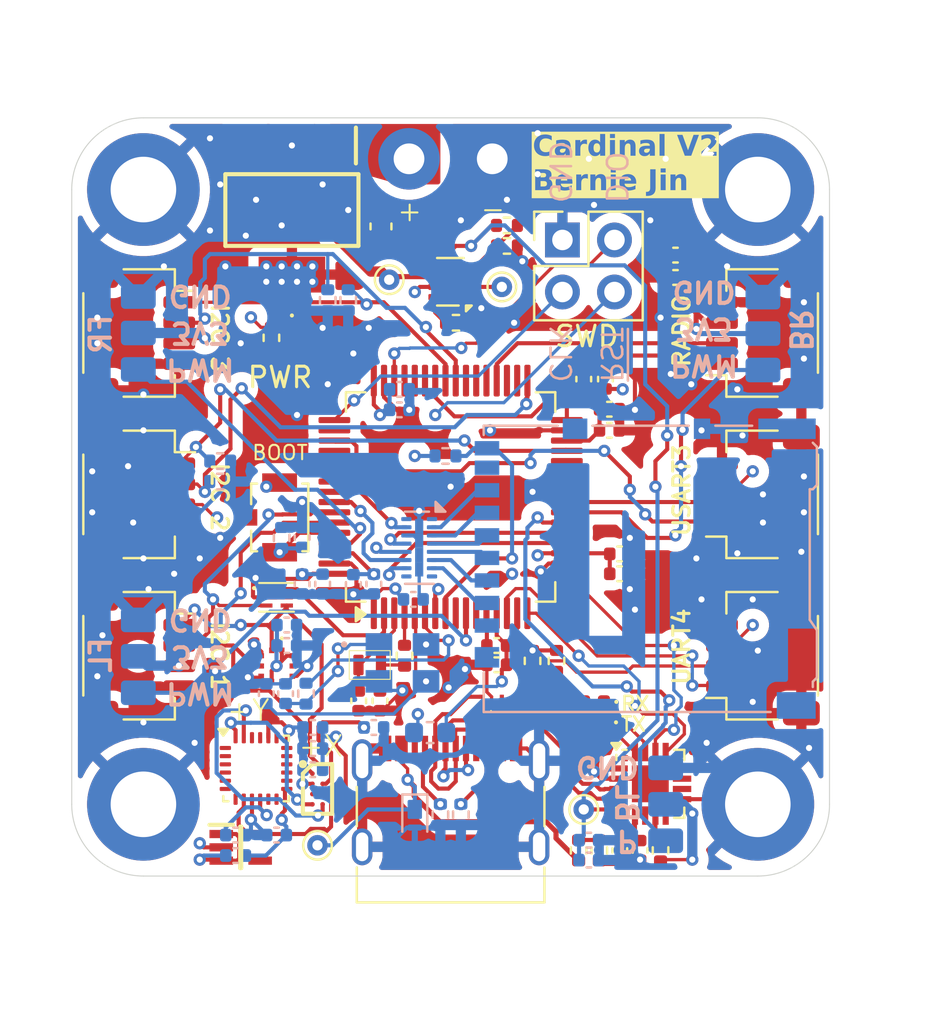
<source format=kicad_pcb>
(kicad_pcb (version 20241229) (generator "pcbnew") (generator_version "9.0")
  (layers (0 "F.Cu" signal) (4 "In1.Cu" signal) (6 "In2.Cu" signal) (2 "B.Cu" signal) (13 "F.Paste" user) (15 "B.Paste" user) (5 "F.SilkS" user "F.Silkscreen") (7 "B.SilkS" user "B.Silkscreen") (1 "F.Mask" user) (3 "B.Mask" user) (25 "Edge.Cuts" user))
  (net 0 "")
  (net 1 "Net-(BT1-+)")
  (net 2 "GND")
  (net 3 "+3V3")
  (net 4 "+1V8")
  (net 5 "Net-(U1-REGOUT)")
  (net 6 "Net-(IC1-EN)")
  (net 7 "/RESET")
  (net 8 "Net-(U2-VDDA)")
  (net 9 "Net-(C14-Pad2)")
  (net 10 "Net-(C16-Pad2)")
  (net 11 "/USB to UART/VBUS")
  (net 12 "+3V3USB")
  (net 13 "+VBAT")
  (net 14 "Net-(D3-A)")
  (net 15 "Net-(D3-K)")
  (net 16 "Net-(D4-A)")
  (net 17 "Net-(D4-K)")
  (net 18 "+VBUS")
  (net 20 "I2C_1_SCL")
  (net 21 "Net-(IC2-SDA_A)")
  (net 22 "Net-(IC2-SCL_A)")
  (net 23 "I2C_1_SDA")
  (net 24 "/Barometer/INT")
  (net 25 "/~{WC}")
  (net 26 "/SWCLK")
  (net 27 "/SWDIO")
  (net 29 "Net-(J2-VDD)")
  (net 30 "Net-(J2-CMD)")
  (net 32 "/SD_DET")
  (net 33 "Net-(J2-CLK)")
  (net 34 "Net-(J2-VSS)")
  (net 35 "Net-(J2-DAT0)")
  (net 36 "Net-(J2-DAT3{slash}CD)")
  (net 37 "I2C_2_SCL")
  (net 38 "I2C_2_SDA")
  (net 39 "I2C_3_SDA")
  (net 40 "I2C_3_SCL")
  (net 41 "USART3_RX")
  (net 42 "USART3_TX")
  (net 43 "Net-(J10-Pin_1)")
  (net 44 "/LSE_OUT")
  (net 45 "Net-(J12-Pin_1)")
  (net 46 "Net-(J13-Pin_1)")
  (net 47 "Net-(J14-Pin_1)")
  (net 48 "Net-(J15-Pin_1)")
  (net 49 "Net-(J16-Pin_1)")
  (net 50 "Net-(J17-Pin_1)")
  (net 51 "Net-(J18-Pin_1)")
  (net 52 "Net-(J19-Pin_1)")
  (net 54 "/LSE_IN")
  (net 55 "Net-(J22-Pin_1)")
  (net 56 "Net-(J23-Pin_1)")
  (net 57 "Net-(J24-Pin_1)")
  (net 58 "Net-(J25-Pin_1)")
  (net 59 "Net-(J26-Pin_1)")
  (net 60 "Net-(J27-Pin_1)")
  (net 61 "Net-(J28-Pin_1)")
  (net 62 "Net-(J29-Pin_1)")
  (net 63 "/FL_PWM")
  (net 64 "/BL_PWM")
  (net 65 "/FR_PWM")
  (net 66 "/BR_PWM")
  (net 67 "/IMU/INT")
  (net 68 "/IMU/FSYNC")
  (net 69 "Net-(U3-~{RST})")
  (net 70 "Net-(U6-ST)")
  (net 71 "Net-(U6-PR1)")
  (net 72 "Net-(U2-BOOT0)")
  (net 87 "/SPI1_MISO")
  (net 88 "/RADIO_TX")
  (net 89 "/UART4_DE")
  (net 90 "/SD_CS")
  (net 91 "/SPI2_MOSI")
  (net 92 "/SPI1_SCK")
  (net 93 "/RADIO_RX")
  (net 105 "/USB to UART/D+")
  (net 106 "/USB to UART/D-")
  (net 107 "Net-(J35-CC1)")
  (net 110 "Net-(J35-CC2)")
  (net 112 "Net-(D7-A)")
  (net 113 "Net-(C34-Pad1)")
  (net 114 "UART4_TX")
  (net 115 "UART4_RX")
  (net 116 "/USART2_RX")
  (net 117 "/USART2_TX")
  (net 118 "/HSE_OUT")
  (net 119 "/HSE_IN")
  (net 120 "Net-(Y2-IN{slash}OUT)")
  (footprint "LED_SMD:LED_0402_1005Metric" (layer "F.Cu") (at 81.985 123 180)
    (property "Reference" "D3" (hide yes))
    (property "Value" "150040VS73240")
  )
  (footprint "Resistor_SMD:R_0402_1005Metric" (layer "F.Cu") (at 77.75 99.75)
    (property "Reference" "R17" (hide yes))
    (property "Value" "22k")
  )
  (footprint "Connector_JST:JST_SH_SM04B-SRSS-TB_1x04-1MP_P1.00mm_Horizontal" (layer "F.Cu") (at 90.25 119.75 90)
    (property "Reference" "J38" (hide yes))
    (property "Value" "UART4")
  )
  (footprint "Capacitor_SMD:C_0402_1005Metric" (layer "F.Cu") (at 82.75 108.75 180)
    (property "Reference" "C14" (hide yes))
    (property "Value" "2.2uF")
  )
  (footprint "Connector_JST:JST_SH_SM04B-SRSS-TB_1x04-1MP_P1.00mm_Horizontal" (layer "F.Cu") (at 90.25 111.875 90)
    (property "Reference" "J39" (hide yes))
    (property "Value" "USART3")
  )
  (footprint "Capacitor_SMD:C_0402_1005Metric" (layer "F.Cu") (at 81.5 106.25 90)
    (property "Reference" "C20" (hide yes))
    (property "Value" "100nF")
  )
  (footprint "SamacSys_Parts:BGA8C50P2X4_89X189X50" (layer "F.Cu") (at 68.5 126.25)
    (property "Reference" "IC2" (hide yes))
    (property "Value" "TCA9406YZPR" (hide yes))
  )
  (footprint "Connector_PinHeader_2.54mm:PinHeader_2x02_P2.54mm_Vertical" (layer "F.Cu") (at 80.46 99.46)
    (property "Reference" "J1" (hide yes))
    (property "Value" "Conn_ARM_SWD_TagConnect_TC2030-NL")
  )
  (footprint "Drone stuff:ECS-.327-6-16-TR3" (layer "F.Cu") (at 71.05 120.2)
    (property "Reference" "Y1" (hide yes))
    (property "Value" "ECS-.327-6-16-TR3")
  )
  (footprint "Connector_JST:JST_SH_SM04B-SRSS-TB_1x04-1MP_P1.00mm_Horizontal" (layer "F.Cu") (at 90.25 104 90)
    (property "Reference" "J40" (hide yes))
    (property "Value" "RADIO")
  )
  (footprint "Capacitor_SMD:C_0402_1005Metric" (layer "F.Cu") (at 77.25 120.19 180)
    (property "Reference" "C12" (hide yes))
    (property "Value" "100nF")
  )
  (footprint "Resistor_SMD:R_0402_1005Metric" (layer "F.Cu") (at 75.26 103.5 180)
    (property "Reference" "R15" (hide yes))
    (property "Value" "10k")
  )
  (footprint "Connector_JST:JST_SH_SM04B-SRSS-TB_1x04-1MP_P1.00mm_Horizontal" (layer "F.Cu") (at 59.75 111.875 -90)
    (property "Reference" "J36" (hide yes))
    (property "Value" "I2C_2")
  )
  (footprint "Capacitor_SMD:C_0402_1005Metric" (layer "F.Cu") (at 82.56 106.25 90)
    (property "Reference" "C21" (hide yes))
    (property "Value" "1uF")
  )
  (footprint "Resistor_SMD:R_0402_1005Metric" (layer "F.Cu") (at 77.75 98.75)
    (property "Reference" "R16" (hide yes))
    (property "Value" "4.7k")
  )
  (footprint "Connector_JST:JST_SH_SM04B-SRSS-TB_1x04-1MP_P1.00mm_Horizontal" (layer "F.Cu") (at 59.75 119.75 -90)
    (property "Reference" "J34" (hide yes))
    (property "Value" "I2C_1")
  )
  (footprint "TestPoint:TestPoint_THTPad_D1.0mm_Drill0.5mm" (layer "F.Cu") (at 68.5 129)
    (property "Reference" "TP4" (hide yes))
    (property "Value" "TestPoint")
  )
  (footprint "TestPoint:TestPoint_THTPad_D1.0mm_Drill0.5mm" (layer "F.Cu") (at 81.5 127.25)
    (property "Reference" "TP3" (hide yes))
    (property "Value" "TestPoint")
  )
  (footprint "LED_SMD:LED_0402_1005Metric" (layer "F.Cu") (at 67.25 104.235 -90)
    (property "Reference" "D7" (hide yes))
    (property "Value" "150040VS73240")
  )
  (footprint "MountingHole:MountingHole_3.2mm_M3_ISO14580_Pad" (layer "F.Cu") (at 60 97)
    (property "Reference" "H2" (hide yes))
    (property "Value" "MountingHole_Pad" (hide yes))
  )
  (footprint "Capacitor_SMD:C_0402_1005Metric" (layer "F.Cu") (at 70.51 121.95 -90)
    (property "Reference" "C10" (hide yes))
    (property "Value" "6pF")
  )
  (footprint "Capacitor_SMD:C_0402_1005Metric" (layer "F.Cu") (at 77.25 119.25 180)
    (property "Reference" "C13" (hide yes))
    (property "Value" "1uF")
  )
  (footprint "MountingHole:MountingHole_3.2mm_M3_ISO14580_Pad" (layer "F.Cu") (at 90 127)
    (property "Reference" "H1" (hide yes))
    (property "Value" "MountingHole_Pad" (hide yes))
  )
  (footprint "Package_TO_SOT_SMD:SOT-583-8" (layer "F.Cu") (at 74.99 101.5 180)
    (property "Reference" "U6" (hide yes))
    (property "Value" "TPS2116DRL")
  )
  (footprint "Resistor_SMD:R_0402_1005Metric" (layer "F.Cu") (at 81.25 129.25 90)
    (property "Reference" "R11" (hide yes))
    (property "Value" "22.1k")
  )
  (footprint "Package_DFN_QFN:SiliconLabs_QFN-20-1EP_3x3mm_P0.5mm_EP1.8x1.8mm" (layer "F.Cu") (at 84.75 126)
    (property "Reference" "U3" (hide yes))
    (property "Value" "CP2102N-Axx-xQFN20")
  )
  (footprint "Capacitor_SMD:C_0402_1005Metric" (layer "F.Cu") (at 83.26 129.25 -90)
    (property "Reference" "C29" (hide yes))
    (property "Value" "0.1uF")
  )
  (footprint "Capacitor_SMD:C_0402_1005Metric" (layer "F.Cu") (at 83.25 114.78)
    (property "Reference" "C18" (hide yes))
    (property "Value" "100nF")
  )
  (footprint "Capacitor_SMD:C_0402_1005Metric" (layer "F.Cu") (at 84.25 129.25 -90)
    (property "Reference" "C28" (hide yes))
    (property "Value" "4.7uF")
  )
  (footprint "Resistor_SMD:R_0402_1005Metric" (layer "F.Cu") (at 72.75 119.75 90)
    (property "Reference" "R1" (hide yes))
    (property "Value" "820k")
  )
  (footprint "SamacSys_Parts:M24C32FMH6TG" (layer "F.Cu") (at 66.5 116.9)
    (property "Reference" "IC4" (hide yes))
    (property "Value" "M24C02-FMH6TG" (hide yes))
  )
  (footprint "SamacSys_Parts:BMP390" (layer "F.Cu") (at 66.512 120.25)
    (property "Reference" "IC3" (hide yes))
    (property "Value" "BMP390" (hide yes))
  )
  (footprint "Capacitor_SMD:C_0402_1005Metric" (layer "F.Cu") (at 82.75 107.72 180)
    (property "Reference" "C15" (hide yes))
    (property "Value" "2.2uF")
  )
  (footprint "Resistor_SMD:R_0402_1005Metric" (layer "F.Cu") (at 85.25 129.25 90)
    (property "Reference" "R10" (hide yes))
    (property "Value" "1k")
  )
  (footprint "SamacSys_Parts:ESD122DMYR" (layer "F.Cu") (at 77 121.875 90)
    (property "Reference" "D2" (hide yes))
    (property "Value" "ESD122DMYR" (hide yes))
  )
  (footprint "TestPoint:TestPoint_THTPad_D1.0mm_Drill0.5mm" (layer "F.Cu") (at 77.5 101.75)
    (property "Reference" "TP2" (hide yes))
    (property "Value" "TestPoint")
  )
  (footprint "TestPoint:TestPoint_THTPad_D1.0mm_Drill0.5mm" (layer "F.Cu") (at 72 101.4)
    (property "Reference" "TP1" (hide yes))
    (property "Value" "TestPoint")
  )
  (footprint "SamacSys_Parts:SOT230P700X180-4N" (layer "F.Cu") (at 67.25 98 -90)
    (property "Reference" "IC5" (hide yes))
    (property "Value" "MIC2920A-3.3WS-TR" (hide yes))
  )
  (footprint "Connector_USB:USB_C_Receptacle_G-Switch_GT-USB-7010ASV" (layer "F.Cu") (at 75 128)
    (property "Reference" "J35" (hide yes))
    (property "Value" "USB_C_Receptacle_USB2.0_16P")
  )
  (footprint "Package_QFP:LQFP-64_10x10mm_P0.5mm" (layer "F.Cu") (at 75 112 90)
    (property "Reference" "U2" (hide yes))
    (property "Value" "STM32H562RITx")
  )
  (footprint "MountingHole:MountingHole_3.2mm_M3_ISO14580_Pad" (layer "F.Cu") (at 90 97)
    (property "Reference" "H4" (hide yes))
    (property "Value" "MountingHole_Pad" (hide yes))
  )
  (footprint "SamacSys_Parts:SOT65P210X110-5N" (layer "F.Cu") (at 64.75 129.1)
    (property "Reference" "IC1" (hide yes))
    (property "Value" "MIC5365-1.8YC5-TR" (hide yes))
  )
  (footprint "Button_Switch_SMD:SW_SPST_B3U-1100P" (layer "F.Cu") (at 65.83 113 -90)
    (property "Reference" "SW2" (hide yes))
    (property "Value" "B3U-1100P")
  )
  (footprint "Resistor_SMD:R_0402_1005Metric" (layer "F.Cu") (at 80.17 120 90)
    (property "Reference" "R14" (hide yes))
    (property "Value" "82")
  )
  (footprint "Capacitor_SMD:C_0402_1005Metric" (layer "F.Cu") (at 85.98 100.2)
    (property "Reference" "C26" (hide yes))
    (property "Value" "1uF")
  )
  (footprint "Drone stuff:Castellated_Power" (layer "F.Cu") (at 75 95.5 90)
    (property "Reference" "BT1" (hide yes))
    (property "Value" "6S LIPO")
  )
  (footprint "Sensor_Motion:InvenSense_QFN-24_3x3mm_P0.4mm" (layer "F.Cu") (at 65.5 125.25)
    (property "Reference" "U1" (hide yes))
    (property "Value" "ICM-20948")
  )
  (footprint "Resistor_SMD:R_0402_1005Metric" (layer "F.Cu") (at 82.26 129.25 -90)
    (property "Reference" "R12" (hide yes))
    (property "Value" "47.5k")
  )
  (footprint "LED_SMD:LED_0402_1005Metric" (layer "F.Cu") (at 82 122 180)
    (property "Reference" "D4" (hide yes))
    (property "Value" "150040RS73240")
  )
  (footprint "Resistor_SMD:R_0402_1005Metric" (layer "F.Cu") (at 79 120 90)
    (property "Reference" "R13" (hide yes))
    (property "Value" "82")
  )
  (footprint "Capacitor_SMD:C_0402_1005Metric" (layer "F.Cu") (at 85.98 101.29)
    (property "Reference" "C27" (hide yes))
    (property "Value" "100nF")
  )
  (footprint "Capacitor_SMD:C_0603_1608Metric" (layer "F.Cu") (at 71.6 98.8 -90)
    (property "Reference" "C32" (hide yes))
    (property "Value" "10uF")
  )
  (footprint "Capacitor_SMD:C_0402_1005Metric" (layer "F.Cu") (at 83.25 115.75)
    (property "Reference" "C19" (hide yes))
    (property "Value" "1uF")
  )
  (footprint "Capacitor_SMD:C_0402_1005Metric" (layer "F.Cu") (at 71.55 121.95 -90)
    (property "Reference" "C34" (hide yes))
    (property "Value" "6pF")
  )
  (footprint "Resistor_SMD:R_0402_1005Metric" (layer "F.Cu") (at 66.25 104.235 90)
    (property "Reference" "R23" (hide yes))
    (property "Value" "82")
  )
  (footprint "Connector_JST:JST_SH_SM04B-SRSS-TB_1x04-1MP_P1.00mm_Horizontal" (layer "F.Cu") (at 59.75 104 -90)
    (property "Reference" "J37" (hide yes))
    (property "Value" "I2C_3")
  )
  (footprint "MountingHole:MountingHole_3.2mm_M3_ISO14580_Pad" (layer "F.Cu") (at 60 127)
    (property "Reference" "H3" (hide yes))
    (property "Value" "MountingHole_Pad" (hide yes))
  )
  (footprint "Capacitor_SMD:C_0402_1005Metric" (layer "B.Cu") (at 73.18 117 180)
    (property "Reference" "C11" (hide yes))
    (property "Value" "100nF")
  )
  (footprint "Drone stuff:Breakout_Servo_Pad" (layer "B.Cu") (at 59.75 119.778)
    (property "Reference" "J30" (hide yes))
    (property "Value" "Conn_01x03_Pin")
  )
  (footprint "Resistor_SMD:R_0402_1005Metric" (layer "B.Cu") (at 67.94 121.6 90)
    (property "Reference" "R2" (hide yes))
    (property "Value" "1.1k")
  )
  (footprint "Capacitor_SMD:C_0402_1005Metric" (layer "B.Cu") (at 68.27 124.28)
    (property "Reference" "C2" (hide yes))
    (property "Value" "0.1uF")
  )
  (footprint "Drone stuff:Breakout_Servo_Pad" (layer "B.Cu") (at 59.75 104)
    (property "Reference" "J32" (hide yes))
    (property "Value" "Conn_01x03_Pin")
  )
  (footprint "Package_SON:WSON-16_3.3x1.35_P0.4mm" (layer "B.Cu") (at 73.465 114.48 180)
    (property "Reference" "U5" (hide yes))
    (property "Value" "TPD8F003")
  )
  (footprint "Resistor_SMD:R_0402_1005Metric" (layer "B.Cu") (at 63.75 110.25)
    (property "Reference" "R18" (hide yes))
    (property "Value" "10k")
  )
  (footprint "Capacitor_SMD:C_0402_1005Metric" (layer "B.Cu") (at 81.75 129.72)
    (property "Reference" "C30" (hide yes))
    (property "Value" "4.7uF")
  )
  (footprint "Capacitor_SMD:C_0402_1005Metric" (layer "B.Cu") (at 66.5 128.5 180)
    (property "Reference" "C1" (hide yes))
    (property "Value" "0.1uF")
  )
  (footprint "SamacSys_Parts:ECS801233JGNTR" (layer "B.Cu") (at 72.65 120.1)
    (property "Reference" "Y2" (hide yes))
    (property "Value" "ECS-80-12-33-JGN-TR" (hide yes))
  )
  (footprint "Capacitor_SMD:C_0402_1005Metric" (layer "B.Cu") (at 67.75 113.98 90)
    (property "Reference" "C33" (hide yes))
    (property "Value" "0.1uF")
  )
  (footprint "Capacitor_SMD:C_0402_1005Metric" (layer "B.Cu") (at 68.75 116.25 -90)
    (property "Reference" "C25" (hide yes))
    (property "Value" "1uF")
  )
  (footprint "Resistor_SMD:R_0402_1005Metric" (layer "B.Cu") (at 75.5 127.5 -90)
    (property "Reference" "R9" (hide yes))
    (property "Value" "5.1k")
  )
  (footprint "Capacitor_SMD:C_0402_1005Metric" (layer "B.Cu") (at 71.25 123.25 180)
    (property "Reference" "C6" (hide yes))
    (property "Value" "0.1uF")
  )
  (footprint "Resistor_SMD:R_0402_1005Metric" (layer "B.Cu") (at 74.75 110 180)
    (property "Reference" "R7" (hide yes))
    (property "Value" "10k")
  )
  (footprint "Capacitor_SMD:C_0402_1005Metric" (layer "B.Cu") (at 68.27 123.25)
    (property "Reference" "C5" (hide yes))
    (property "Value" "1uF")
  )
  (footprint "Drone stuff:Breakout_Servo_Pad" (layer "B.Cu") (at 85.5 127)
    (property "Reference" "J31" (hide yes))
    (property "Value" "Conn_01x03_Pin")
  )
  (footprint "Capacitor_SMD:C_0402_1005Metric" (layer "B.Cu") (at 67 119.25)
    (property "Reference" "C8" (hide yes))
    (property "Value" "0.1uF")
  )
  (footprint "Capacitor_SMD:C_0402_1005Metric" (layer "B.Cu") (at 66.94 121.6 90)
    (property "Reference" "C35" (hide yes))
    (property "Value" "18pF")
  )
  (footprint "Resistor_SMD:R_0402_1005Metric" (layer "B.Cu") (at 63.75 111.25)
    (property "Reference" "R19" (hide yes))
    (property "Value" "10k")
  )
  (footprint "Drone stuff:Breakout_Servo_Pad" (layer "B.Cu") (at 90.25 104.028)
    (property "Reference" "J33" (hide yes))
    (property "Value" "Conn_01x03_Pin")
  )
  (footprint "Capacitor_SMD:C_0402_1005Metric" (layer "B.Cu") (at 70.25 116.27 90)
    (property "Reference" "C16" (hide yes))
    (property "Value" "2.2uF")
  )
  (footprint "Diode_SMD:Nexperia_DSN1608-2_1.6x0.8mm" (layer "B.Cu") (at 73.25 127.535 -90)
    (property "Reference" "D5" (hide yes))
    (property "Value" "PTVS5V0Z1USK")
  )
  (footprint "Capacitor_SMD:C_0402_1005Metric" (layer "B.Cu") (at 68.27 125.31)
    (property "Reference" "C7" (hide yes))
    (property "Value" "0.1uF")
  )
  (footprint "Resistor_SMD:R_0402_1005Metric" (layer "B.Cu") (at 66.75 114 90)
    (property "Reference" "R22" (hide yes))
    (property "Value" "10k")
  )
  (footprint "Resistor_SMD:R_0402_1005Metric" (layer "B.Cu") (at 69 102.4 -90)
    (property "Reference" "R21" (hide yes))
    (property "Value" "10k")
  )
  (footprint "Capacitor_SMD:C_0402_1005Metric" (layer "B.Cu") (at 64.5 128.5 180)
    (property "Reference" "C3" (hide yes))
    (property "Value" "0.1uF")
  )
  (footprint "Capacitor_SMD:C_0402_1005Metric" (layer "B.Cu") (at 64.5 129.5 180)
    (property "Reference" "C4" (hide yes))
    (property "Value" "1uF")
  )
  (footprint "Capacitor_SMD:C_0402_1005Metric" (layer "B.Cu") (at 81.75 128.75)
    (property "Reference" "C31" (hide yes))
    (property "Value" "0.1uF")
  )
  (footprint "Capacitor_SMD:C_0402_1005Metric" (layer "B.Cu") (at 72.5 106.75)
    (property "Reference" "C23" (hide yes))
    (property "Value" "1uF")
  )
  (footprint "Connector_Card:microSD_HC_Hirose_DM3AT-SF-PEJM5" (layer "B.Cu") (at 84.5 115.5 -90)
    (property "Reference" "J2" (hide yes))
    (property "Value" "Micro_SD_Card_Det1")
  )
  (footprint "Resistor_SMD:R_0402_1005Metric" (layer "B.Cu") (at 70 102.4 -90)
    (property "Reference" "R20" (hide yes))
    (property "Value" "10k")
  )
  (footprint "Capacitor_SMD:C_0402_1005Metric" (layer "B.Cu") (at 71.25 116.25 90)
    (property "Reference" "C17" (hide yes))
    (property "Value" "2.2uF")
  )
  (footprint "Capacitor_SMD:C_0402_1005Metric" (layer "B.Cu") (at 72.5 107.75)
    (property "Reference" "C22" (hide yes))
    (property "Value" "100nF")
  )
  (footprint "Inductor_SMD:L_0603_1608Metric" (layer "B.Cu") (at 74 123.5)
    (property "Reference" "FB1" (hide yes))
    (property "Value" "FCM1608KF-601T05")
  )
  (footprint "Capacitor_SMD:C_0402_1005Metric" (layer "B.Cu") (at 66 121.6 90)
    (property "Reference" "C36" (hide yes))
    (property "Value" "18pF")
  )
  (footprint "Capacitor_SMD:C_0402_1005Metric" (layer "B.Cu") (at 67 118.25)
    (property "Reference" "C9" (hide yes))
    (property "Value" "0.1uF")
  )
  (footprint "Capacitor_SMD:C_0402_1005Metric" (layer "B.Cu") (at 67.75 116.25 -90)
    (property "Reference" "C24" (hide yes))
    (property "Value" "100nF")
  )
  (footprint "Resistor_SMD:R_0402_1005Metric" (layer "B.Cu") (at 74.5 127.5 -90)
    (property "Reference" "R8" (hide yes))
    (property "Value" "5.1k")
  )
  (gr_line (start 60 130.5) (end 90 130.5) (stroke (width 0.05)) (layer "Edge.Cuts"))
  (gr_arc (start 56.5 97) (mid 57.525126 94.525126) (end 60 93.5) (stroke (width 0.05)) (layer "Edge.Cuts"))
  (gr_arc (start 90 93.5) (mid 92.474874 94.525126) (end 93.5 97) (stroke (width 0.05)) (layer "Edge.Cuts"))
  (gr_line (start 60 93.5) (end 90 93.5) (stroke (width 0.05)) (layer "Edge.Cuts"))
  (gr_line (start 93.5 127) (end 93.5 97) (stroke (width 0.05)) (layer "Edge.Cuts"))
  (gr_arc (start 93.5 127) (mid 92.474874 129.474874) (end 90 130.5) (stroke (width 0.05)) (layer "Edge.Cuts"))
  (gr_line (start 56.5 97) (end 56.5 127) (stroke (width 0.05)) (layer "Edge.Cuts"))
  (gr_arc (start 60 130.5) (mid 57.525126 129.474874) (end 56.5 127) (stroke (width 0.05)) (layer "Edge.Cuts"))
  (gr_text "SWD" (at 80 104.75 0) (layer "F.SilkS") (effects (font (size 1 1)) (justify left bottom)))
  (gr_text "BOOT" (at 65.25 110.25 0) (layer "F.SilkS") (effects (font (size 0.7 0.7) (thickness 0.1)) (justify left bottom)))
  (gr_text "RADIO" (at 86.75 105.75 90) (layer "F.SilkS") (effects (font (size 0.8 0.8) (thickness 0.15) (bold yes)) (justify left bottom)))
  (gr_text "PWR" (at 65 106.75 0) (layer "F.SilkS") (effects (font (size 1 1)) (justify left bottom)))
  (gr_text "I2C 2" (at 63.25 110.25 270) (layer "F.SilkS") (effects (font (size 0.8 0.8) (thickness 0.15) (bold yes)) (justify left bottom)))
  (gr_text "I2C 3" (at 63.25 102.5 270) (layer "F.SilkS") (effects (font (size 0.8 0.8) (thickness 0.15) (bold yes)) (justify left bottom)))
  (gr_text "+X" (at 67.5 124.75 0) (layer "F.SilkS") (effects (font (size 1 1) (thickness 0.1)) (justify left bottom)))
  (gr_text "USART3" (at 86.75 114 90) (layer "F.SilkS") (effects (font (size 0.8 0.8) (thickness 0.15) (bold yes)) (justify left bottom)))
  (gr_text "UART4" (at 86.75 121.25 90) (layer "F.SilkS") (effects (font (size 0.8 0.8) (thickness 0.15) (bold yes)) (justify left bottom)))
  (gr_text "I2C 1" (at 63.25 118 270) (layer "F.SilkS") (effects (font (size 0.8 0.8) (thickness 0.15) (bold yes)) (justify left bottom)))
  (gr_text "TX" (at 83.25 123.5 0) (layer "F.SilkS") (effects (font (size 0.7 0.7) (thickness 0.12)) (justify left bottom)))
  (gr_text "RX" (at 83.25 122.5 0) (layer "F.SilkS") (effects (font (size 0.7 0.7) (thickness 0.12)) (justify left bottom)))
  (gr_text "Cardinal V2\nBernie Jin" (at 79 97.2 0) (layer "F.SilkS" knockout) (effects (font (size 1 1) (thickness 0.2) (bold yes)) (justify left bottom)))
  (gr_text "+Y" (at 64 123 0) (layer "F.SilkS") (effects (font (size 1 1) (thickness 0.1)) (justify left bottom)))
  (gr_text "PWM" (at 61 121 180) (layer "B.SilkS") (effects (font (size 1 1) (thickness 0.2) (bold yes)) (justify left bottom mirror)))
  (gr_text "GND" (at 61.119048 117.4 180) (layer "B.SilkS") (effects (font (size 1 1) (thickness 0.2) (bold yes)) (justify left bottom mirror)))
  (gr_text "BR" (at 91.5 105 270) (layer "B.SilkS") (effects (font (size 1 1) (thickness 0.2) (bold yes)) (justify left bottom mirror)))
  (gr_text "GND" (at 81 124.6 180) (layer "B.SilkS") (effects (font (size 1 1) (thickness 0.2) (bold yes)) (justify left bottom mirror)))
  (gr_text "BL" (at 83 128 270) (layer "B.SilkS") (effects (font (size 1 1) (thickness 0.2) (bold yes)) (justify left bottom mirror)))
  (gr_text "GND" (at 79.75 97.75 270) (layer "B.SilkS") (effects (font (size 1 1) (thickness 0.125)) (justify left bottom mirror)))
  (gr_text "GND" (at 61.119048 101.6 180) (layer "B.SilkS") (effects (font (size 1 1) (thickness 0.2) (bold yes)) (justify left bottom mirror)))
  (gr_text "FL" (at 58.5 118.75 90) (layer "B.SilkS") (effects (font (size 1 1) (thickness 0.2) (bold yes)) (justify left bottom mirror)))
  (gr_text "PWM" (at 61 105.2 180) (layer "B.SilkS") (effects (font (size 1 1) (thickness 0.2) (bold yes)) (justify left bottom mirror)))
  (gr_text "DIO" (at 82.5 97.75 270) (layer "B.SilkS") (effects (font (size 1 1) (thickness 0.125)) (justify left bottom mirror)))
  (gr_text "3V3" (at 85.861905 103.2 180) (layer "B.SilkS") (effects (font (size 1 1) (thickness 0.2) (bold yes)) (justify left bottom mirror)))
  (gr_text "FR" (at 58.5 103 90) (layer "B.SilkS") (effects (font (size 1 1) (thickness 0.2) (bold yes)) (justify left bottom mirror)))
  (gr_text "3V3" (at 61.261905 119.2 180) (layer "B.SilkS") (effects (font (size 1 1) (thickness 0.2) (bold yes)) (justify left bottom mirror)))
  (gr_text "~{RST}" (at 82.25 106.5 270) (layer "B.SilkS") (effects (font (size 1 1) (thickness 0.125)) (justify left bottom mirror)))
  (gr_text "3V3" (at 61.261905 103.4 180) (layer "B.SilkS") (effects (font (size 1 1) (thickness 0.2) (bold yes)) (justify left bottom mirror)))
  (gr_text "PWM" (at 85.6 105 180) (layer "B.SilkS") (effects (font (size 1 1) (thickness 0.2) (bold yes)) (justify left bottom mirror)))
  (gr_text "GND" (at 85.719048 101.4 180) (layer "B.SilkS") (effects (font (size 1 1) (thickness 0.2) (bold yes)) (justify left bottom mirror)))
  (gr_text "CLK" (at 79.75 106.5 270) (layer "B.SilkS") (effects (font (size 1 1) (thickness 0.125)) (justify left bottom mirror)))
  (gr_text "P" (at 83 128.2 180) (layer "B.SilkS") (effects (font (size 1 1) (thickness 0.2) (bold yes)) (justify left bottom mirror)))
  (segment (start 71.652992 122.43) (end 72.641496 121.441496) (width 0.16) (layer "F.Cu") (net 2))
  (segment (start 65.4 119.2) (end 65.762001 119.562001) (width 0.2) (layer "F.Cu") (net 2))
  (segment (start 77 121.75) (end 76.77 121.52) (width 0.16) (layer "F.Cu") (net 2))
  (segment (start 69.325 115.25) (end 70.133825 115.25) (width 0.2) (layer "F.Cu") (net 2))
  (segment (start 71.8 124.275) (end 71.28 124.275) (width 0.2) (layer "F.Cu") (net 2))
  (segment (start 76.77 119.25) (end 76.77 120.19) (width 0.2) (layer "F.Cu") (net 2))
  (segment (start 83.73 116.48) (end 83.75 116.5) (width 0.2) (layer "F.Cu") (net 2))
  (segment (start 65.351 116.078177) (end 65.476392 115.952785) (width 0.2) (layer "F.Cu") (net 2))
  (segment (start 78.26 100.26) (end 78.5 100.5) (width 0.2) (layer "F.Cu") (net 2))
  (segment (start 79.78664 115.25) (end 79.401024 115.635616) (width 0.2) (layer "F.Cu") (net 2))
  (segment (start 68.25 126) (end 67.768334 126) (width 0.2) (layer "F.Cu") (net 2))
  (segment (start 86.3 126.75) (end 89.75 126.75) (width 0.2) (layer "F.Cu") (net 2))
  (segment (start 67.103554 123.396446) (end 67.103554 123.353554) (width 0.2) (layer "F.Cu") (net 2))
  (segment (start 72.366176 107.75) (end 72.98 107.75) (width 0.2) (layer "F.Cu") (net 2))
  (segment (start 67.5 120.75) (end 68 120.25) (width 0.16) (layer "F.Cu") (net 2))
  (segment (start 85.5 126.75) (end 84.75 126) (width 0.2) (layer "F.Cu") (net 2))
  (segment (start 89.75 126.75) (end 90 127) (width 0.2) (layer "F.Cu") (net 2))
  (segment (start 71.28 124.275) (end 70.68 124.875) (width 0.2) (layer "F.Cu") (net 2))
  (segment (start 71.75 106.325) (end 71.75 107.133824) (width 0.2) (layer "F.Cu") (net 2))
  (segment (start 76.77 121.52) (end 76.77 120.19) (width 0.16) (layer "F.Cu") (net 2))
  (segment (start 84.5 125.75) (end 83.2 125.75) (width 0.2) (layer "F.Cu") (net 2))
  (segment (start 83.23 107.72) (end 83.97 107.72) (width 0.2) (layer "F.Cu") (net 2))
  (segment (start 67.768334 126) (end 67.765276 126.003058) (width 0.2) (layer "F.Cu") (net 2))
  (segment (start 65.4 116.9) (end 65.351 116.851) (width 0.2) (layer "F.Cu") (net 2))
  (segment (start 65.762001 119.725998) (end 65.75 119.737999) (width 0.2) (layer "F.Cu") (net 2))
  (segment (start 66.1 123.15) (end 66.1 123.75) (width 0.2) (layer "F.Cu") (net 2))
  (segment (start 65.762001 119.562001) (end 65.762001 119.725998) (width 0.2) (layer "F.Cu") (net 2))
  (segment (start 83.97 107.72) (end 84 107.75) (width 0.2) (layer "F.Cu") (net 2))
  (segment (start 82.35098 125.75) (end 82 125.39902) (width 0.2) (layer "F.Cu") (net 2))
  (segment (start 65.1 120.8) (end 65.7 120.8) (width 0.16) (layer "F.Cu") (net 2))
  (segment (start 83.73 114.02) (end 83.75 114) (width 0.2) (layer "F.Cu") (net 2))
  (segment (start 84.25 129.73) (end 84.25 129.7) (width 0.2) (layer "F.Cu") (net 2))
  (segment (start 76.77 119.25) (end 76.77 117.695) (width 0.2) (layer "F.Cu") (net 2))
  (segment (start 65.25 127.6) (end 65.3 127.55) (width 0.2) (layer "F.Cu") (net 2))
  (segment (start 65.351 116.851) (end 65.351 116.078177) (width 0.2) (layer "F.Cu") (net 2))
  (segment (start 83.73 115.75) (end 83.73 114.78) (width 0.2) (layer "F.Cu") (net 2))
  (segment (start 83.73 115.75) (end 83.73 116.48) (width 0.2) (layer "F.Cu") (net 2))
  (segment (start 67.274 120.75) (end 67.5 120.75) (width 0.16) (layer "F.Cu") (net 2))
  (segment (start 84 106.25) (end 84 107.75) (width 0.2) (layer "F.Cu") (net 2))
  (segment (start 88.985 98.015) (end 90 97) (width 0.16) (layer "F.Cu") (net 2))
  (segment (start 67.103554 123.353554) (end 66.75 123) (width 0.2) (layer "F.Cu") (net 2))
  (segment (start 76.268794 102.788794) (end 76.497858 102.788794) (width 0.2) (layer "F.Cu") (net 2))
  (segment (start 78.72 124.275) (end 79.32 124.875) (width 0.2) (layer "F.Cu") (net 2))
  (segment (start 83.73 114.78) (end 83.73 114.02) (width 0.2) (layer "F.Cu") (net 2))
  (segment (start 81.5 105.77) (end 82.56 105.77) (width 0.2) (layer "F.Cu") (net 2))
  (segment (start 70.401 115.517175) (end 70.401 116.599) (width 0.2) (layer "F.Cu") (net 2))
  (segment (start 84.25 129.73) (end 82.29 129.73) (width 0.2) (layer "F.Cu") (net 2))
  (segment (start 65.7 120.8) (end 65.75 120.75) (width 0.16) (layer "F.Cu") (net 2))
  (segment (start 77 122) (end 77 121.75) (width 0.16) (layer "F.Cu") (net 2))
  (segment (start 78.2 124.275) (end 78.72 124.275) (width 0.2) (layer "F.Cu") (net 2))
  (segment (start 70.401 116.599) (end 70.25 116.75) (width 0.2) (layer "F.Cu") (net 2))
  (segment (start 70.51 122.43) (end 71.55 122.43) (width 0.16) (layer "F.Cu") (net 2))
  (segment (start 67 123.5) (end 67 124.25) (width 0.2) (layer "F.Cu") (net 2))
  (segment (start 80.675 108.75) (end 76.925 108.75) (width 0.2) (layer "F.Cu") (net 2))
  (segment (start 66.25 123) (end 66.1 123.15) (width 0.2) (layer "F.Cu") (net 2))
  (segment (start 80.675 115.25) (end 79.78664 115.25) (width 0.2) (layer "F.Cu") (net 2))
  (segment (start 66.75 123) (end 66.25 123) (width 0.2) (layer "F.Cu") (net 2))
  (segment (start 83.2 125.75) (end 82.35098 125.75) (width 0.2) (layer "F.Cu") (net 2))
  (segment (start 76.77 117.695) (end 76.75 117.675) (width 0.2) (layer "F.Cu") (net 2))
  (segment (start 66.5 116.9) (end 65.4 116.9) (width 0.2) (layer "F.Cu") (net 2))
  (segment (start 81.5 105.77) (end 83.52 105.77) (width 0.2) (layer "F.Cu") (net 2))
  (segment (start 89.16 97) (end 90 97) (width 0.2) (layer "F.Cu") (net 2))
  (segment (start 86.3 126.75) (end 85.5 126.75) (width 0.2) (layer "F.Cu") (net 2))
  (segment (start 67.103554 123.396446) (end 67 123.5) (width 0.2) (layer "F.Cu") (net 2))
  (segment (start 65.75 119.737999) (end 65.75 119.75) (width 0.2) (layer "F.Cu") (net 2))
  (segment (start 71.75 107.133824) (end 72.366176 107.75) (width 0.2) (layer "F.Cu") (net 2))
  (segment (start 84.75 126) (end 84.5 125.75) (width 0.2) (layer "F.Cu") (net 2))
  (segment (start 75.73 102.25) (end 76.268794 102.788794) (width 0.2) (layer "F.Cu") (net 2))
  (segment (start 71.55 122.43) (end 71.652992 122.43) (width 0.16) (layer "F.Cu") (net 2))
  (segment (start 78.26 99.75) (end 78.26 100.26) (width 0.2) (layer "F.Cu") (net 2))
  (segment (start 70.133825 115.25) (end 70.401 115.517175) (width 0.2) (layer "F.Cu") (net 2))
  (segment (start 65.25 127.75) (end 65.25 127.6) (width 0.2) (layer "F.Cu") (net 2))
  (segment (start 67.274 120.25) (end 68 120.25) (width 0.16) (layer "F.Cu") (net 2))
  (segment (start 71.55 124.025) (end 71.8 124.275) (width 0.16) (layer "F.Cu") (net 2))
  (segment (start 80.17 119.49) (end 79 119.49) (width 0.2) (layer "F.Cu") (net 2))
  (segment (start 83.52 105.77) (end 84 106.25) (width 0.2) (layer "F.Cu") (net 2))
  (segment (start 65.3 127.55) (end 65.3 126.75) (width 0.2) (layer "F.Cu") (net 2))
  (segment (start 83.23 108.75) (end 83.23 107.72) (width 0.2) (layer "F.Cu") (net 2))
  (segment (start 82.29 129.73) (end 82.26 129.76) (width 0.2) (layer "F.Cu") (net 2))
  (via (at 92.5 124.25) (size 0.6) (drill 0.3) (layers "F.Cu" "B.Cu") (net 2))
  (via (at 78.5 100.5) (size 0.6) (drill 0.3) (layers "F.Cu" "B.Cu") (net 2))
  (via (at 63.5 120.5) (size 0.6) (drill 0.3) (layers "F.Cu" "B.Cu") (net 2))
  (via (at 92.25 112.75) (size 0.6) (drill 0.3) (layers "F.Cu" "B.Cu") (net 2))
  (via (at 68.75 103.75) (size 0.6) (drill 0.3) (layers "F.Cu" "B.Cu") (net 2))
  (via (at 57.75 103.25) (size 0.6) (drill 0.3) (layers "F.Cu" "B.Cu") (net 2))
  (via (at 67.5 100.75) (size 0.6) (drill 0.3) (layers "F.Cu" "B.Cu") (net 2))
  (via (at 68.25 101.5) (size 0.6) (drill 0.3) (layers "F.Cu" "B.Cu") (net 2))
  (via (at 59.5 113.25) (size 0.6) (drill 0.3) (layers "F.Cu" "B.Cu") (net 2))
  (via (at 66.75 100.75) (size 0.6) (drill 0.3) (layers "F.Cu" "B.Cu") (net 2))
  (via (at 87.25 108.75) (size 0.6) (drill 0.3) (layers "F.Cu" "B.Cu") (net 2))
  (via (at 61 100.75) (size 0.6) (drill 0.3) (layers "F.Cu" "B.Cu") (net 2))
  (via (at 57.5 112.75) (size 0.6) (drill 0.3) (layers "F.Cu" "B.Cu") (net 2))
  (via (at 64.75 104.5) (size 0.6) (drill 0.3) (layers "F.Cu" "B.Cu") (net 2))
  (via (at 85.75 106) (size 0.6) (drill 0.3) (layers "F.Cu" "B.Cu") (net 2))
  (via (at 67.5 108) (size 0.6) (drill 0.3) (layers "F.Cu" "B.Cu") (net 2))
  (via (at 63.75 114) (size 0.6) (drill 0.3) (layers "F.Cu" "B.Cu") (net 2))
  (via (at 67.25 94.85) (size 0.6) (drill 0.3) (layers "F.Cu" "B.Cu") (net 2))
  (via (at 66.75 101.5) (size 0.6) (drill 0.3) (layers "F.Cu" "B.Cu") (net 2))
  (via (at 77.75 97.5) (size 0.6) (drill 0.3) (layers "F.Cu" "B.Cu") (net 2))
  (via (at 85.5 95.5) (size 0.6) (drill 0.3) (layers "F.Cu" "B.Cu") (net 2))
  (via (at 73.465 112.679759) (size 0.6) (drill 0.3) (layers "F.Cu" "B.Cu") (net 2))
  (via (at 61.5 115.75) (size 0.6) (drill 0.3) (layers "F.Cu" "B.Cu") (net 2))
  (via (at 76.925 108.75) (size 0.6) (drill 0.3) (layers "F.Cu" "B.Cu") (net 2))
  (via (at 69 106.5) (size 0.6) (drill 0.3) (layers "F.Cu" "B.Cu") (net 2))
  (via (at 65.1 120.8) (size 0.6) (drill 0.3) (layers "F.Cu" "B.Cu") (net 2))
  (via (at 92.25 111) (size 0.6) (drill 0.3) (layers "F.Cu" "B.Cu") (net 2))
  (via (at 88.5 100.75) (size 0.6) (drill 0.3) (layers "F.Cu" "B.Cu") (net 2))
  (via (at 57.75 120.75) (size 0.6) (drill 0.3) (layers "F.Cu" "B.Cu") (net 2))
  (via (at 92.125 114.675) (size 0.6) (drill 0.3) (layers "F.Cu" "B.Cu") (net 2))
  (via (at 90 119.5) (size 0.6) (drill 0.3) (layers "F.Cu" "B.Cu") (net 2))
  (via (at 79.401024 115.635616) (size 0.6) (drill 0.3) (layers "F.Cu" "B.Cu") (net 2))
  (via (at 58 118.75) (size 0.6) (drill 0.3) (layers "F.Cu" "B.Cu") (net 2))
  (via (at 89 114.75) (size 0.6) (drill 0.3) (layers "F.Cu" "B.Cu") (net 2))
  (via (at 82 97.75) (size 0.6) (drill 0.3) (layers "F.Cu" "B.Cu") (net 2))
  (via (at 60 108.75) (size 0.6) (drill 0.3) (layers "F.Cu" "B.Cu") (net 2))
  (via (at 87 115) (size 0.6) (drill 0.3) (layers "F.Cu" "B.Cu") (net 2))
  (via (at 75 111.5) (size 0.6) (drill 0.3) (layers "F.Cu" "B.Cu") (net 2))
  (via (at 89.25 109) (size 0.6) (drill 0.3) (layers "F.Cu" "B.Cu") (net 2))
  (via (at 73.8 119.2) (size 0.6) (drill 0.3) (layers "F.Cu" "B.Cu") (net 2))
  (via (at 67.5 101.5) (size 0.6) (drill 0.3) (layers "F.Cu" "B.Cu") (net 2))
  (via (at 60.25 116.5) (size 0.6) (drill 0.3) (layers "F.Cu" "B.Cu") (net 2))
  (via (at 59.25 110.5) (size 0.6) (drill 0.3) (layers "F.Cu" "B.Cu") (net 2))
  (via (at 74.9 121.3) (size 0.6) (drill 0.3) (layers "F.Cu" "B.Cu") (net 2))
  (via (at 68.75 96.75) (size 0.6) (drill 0.3) (layers "F.Cu" "B.Cu") (net 2))
  (via (at 92.25 102.5) (size 0.6) (drill 0.3) (layers "F.Cu" "B.Cu") (net 2))
  (via (at 65.4 119.2) (size 0.6) (drill 0.3) (layers "F.Cu" "B.Cu") (net 2))
  (via (at 83.75 116.5) (size 0.6) (drill 0.3) (layers "F.Cu" "B.Cu") (net 2))
  (via (at 92.25 105.25) (size 0.6) (drill 0.3) (layers "F.Cu" "B.Cu") (net 2))
  (via (at 67.765276 126.003058) (size 0.6) (drill 0.3) (layers "F.Cu" "B.Cu") (net 2))
  (via (at 75.7 120.4) (size 0.6) (drill 0.3) (layers "F.Cu" "B.Cu") (net 2))
  (via (at 68 120.25) (size 0.6) (drill 0.3) (layers "F.Cu" "B.Cu") (net 2))
  (via (at 60 123) (size 0.6) (drill 0.3) (layers "F.Cu" "B.Cu") (net 2))
  (via (at 68.25 100.75) (size 0.6) (drill 0.3) (layers "F.Cu" "B.Cu") (net 2))
  (via (at 60 115) (size 0.6) (drill 0.3) (layers "F.Cu" "B.Cu") (net 2))
  (via (at 66 101.5) (size 0.6) (drill 0.3) (layers "F.Cu" "B.Cu") (net 2))
  (via (at 71 103.75) (size 0.6) (drill 0.3) (layers "F.Cu" "B.Cu") (net 2))
  (via (at 79.25 96.25) (size 0.6) (drill 0.3) (layers "F.Cu" "B.Cu") (net 2))
  (via (at 89.75 122) (size 0.6) (drill 0.3) (layers "F.Cu" "B.Cu") (net 2))
  (via (at 63.25 99) (size 0.6) (drill 0.3) (layers "F.Cu" "B.Cu") (net 2))
  (via (at 90.25 111.875) (size 0.6) (drill 0.3) (layers "F.Cu" "B.Cu") (net 2))
  (via (at 65.25 127.75) (size 0.6) (drill 0.3) (layers "F.Cu" "B.Cu") (net 2))
  (via (at 76.497858 102.788794) (size 0.6) (drill 0.3) (layers "F.Cu" "B.Cu") (net 2))
  (via (at 57.75 104.5) (size 0.6) (drill 0.3) (layers "F.Cu" "B.Cu") (net 2))
  (via (at 79 119.49) (size 0.6) (drill 0.3) (layers "F.Cu" "B.Cu") (net 2))
  (via (at 89 106.75) (size 0.6) (drill 0.3) (layers "F.Cu" "B.Cu") (net 2))
  (via (at 79 111.75) (size 0.6) (drill 0.3) (layers "F.Cu" "B.Cu") (net 2))
  (via (at 63.25 94.5) (size 0.6) (drill 0.3) (layers "F.Cu" "B.Cu") (net 2))
  (via (at 90.25 113.25) (size 0.6) (drill 0.3) (layers "F.Cu" "B.Cu") (net 2))
  (via (at 60 107) (size 0.6) (drill 0.3) (layers "F.Cu" "B.Cu") (net 2))
  (via (at 72.641496 121.441496) (size 0.6) (drill 0.3) (layers "F.Cu" "B.Cu") (net 2))
  (via (at 78 115.75) (size 0.6) (drill 0.3) (layers "F.Cu" "B.Cu") (net 2))
  (via (at 87.5 124) (size 0.6) (drill 0.3) (layers "F.Cu" "B.Cu") (net 2))
  (via (at 79.25 94.25) (size 0.6) (drill 0.3) (layers "F.Cu" "B.Cu") (net 2))
  (via (at 67.75 112.248999) (size 0.6) (drill 0.3) (layers "F.Cu" "B.Cu") (net 2))
  (via (at 84.25 129.7) (size 0.6) (drill 0.3) (layers "F.Cu" "B.Cu") (net 2))
  (via (at 65 99.25) (size 0.6) (drill 0.3) (layers "F.Cu" "B.Cu") (net 2))
  (via (at 70.25 105) (size 0.6) (drill 0.3) (layers "F.Cu" "B.Cu") (net 2))
  (via (at 65.5 97.5) (size 0.6) (drill 0.3) (layers "F.Cu" "B.Cu") (net 2))
  (via (at 72.98 107.75) (size 0.6) (drill 0.3) (layers "F.Cu" "B.Cu") (net 2))
  (via (at 63.75 96.75) (size 0.6) (drill 0.3) (layers "F.Cu" "B.Cu") (net 2))
  (via (at 70 98) (size 0.6) (drill 0.3) (layers "F.Cu" "B.Cu") (net 2))
  (via (at 83.75 114) (size 0.6) (drill 0.3) (layers "F.Cu" "B.Cu") (net 2))
  (via (at 75.5 98.5) (size 0.6) (drill 0.3) (layers "F.Cu" "B.Cu") (net 2))
  (via (at 66 100.75) (size 0.6) (drill 0.3) (layers "F.Cu" "B.Cu") (net 2))
  (via (at 84.75 98.5) (size 0.6) (drill 0.3) (layers "F.Cu" "B.Cu") (net 2))
  (via (at 66.75 98.75) (size 0.6) (drill 0.3) (layers "F.Cu" "B.Cu") (net 2))
  (via (at 84 117.5) (size 0.6) (drill 0.3) (layers "F.Cu" "B.Cu") (net 2))
  (via (at 85.25 103.25) (size 0.6) (drill 0.3) (layers "F.Cu" "B.Cu") (net 2))
  (via (at 62.75 115) (size 0.6) (drill 0.3) (layers "F.Cu" "B.Cu") (net 2))
  (via (at 89.75 117) (size 0.6) (drill 0.3) (layers "F.Cu" "B.Cu") (net 2))
  (via (at 62.5 124) (size 0.6) (drill 0.3) (layers "F.Cu" "B.Cu") (net 2))
  (via (at 70.25 116.75) (size 0.6) (drill 0.3) (layers "F.Cu" "B.Cu") (net 2))
  (via (at 64 100.75) (size 0.6) (drill 0.3) (layers "F.Cu" "B.Cu") (net 2))
  (via (at 86.75 106.5) (size 0.6) (drill 0.3) (layers "F.Cu" "B.Cu") (net 2))
  (via (at 84 107.75) (size 0.6) (drill 0.3) (layers "F.Cu" "B.Cu") (net 2))
  (via (at 67.103554 123.396446) (size 0.6) (drill 0.3) (layers "F.Cu" "B.Cu") (net 2))
  (via (at 57.5 110.75) (size 0.6) (drill 0.3) (layers "F.Cu" "B.Cu") (net 2))
  (via (at 65.476392 115.952785) (size 0.6) (drill 0.3) (layers "F.Cu" "B.Cu") (net 2))
  (via (at 78.1 103.5) (size 0.6) (drill 0.3) (layers "F.Cu" "B.Cu") (net 2))
  (via (at 82 125.39902) (size 0.6) (drill 0.3) (layers "F.Cu" "B.Cu") (net 2))
  (via (at 87.25 117) (size 0.6) (drill 0.3) (layers "F.Cu" "B.Cu") (net 2))
  (via (at 81.75 95.5) (size 0.6) (drill 0.3) (layers "F.Cu" "B.Cu") (net 2))
  (segment (start 73.215 113.88) (end 73.465 114.13) (width 0.2) (layer "B.Cu") (net 2))
  (segment (start 84.23 129.72) (end 84.25 129.7) (width 0.2) (layer "B.Cu") (net 2))
  (segment (start 65.25 128.23) (end 64.98 128.5) (width 0.2) (layer "B.Cu") (net 2))
  (segment (start 73.46 115.535) (end 73.465 115.53) (width 0.16) (layer "B.Cu") (net 2))
  (segment (start 66 121.12) (end 65.42 121.12) (width 0.16) (layer "B.Cu") (net 2))
  (segment (start 66 116.25) (end 65.702785 115.952785) (width 0.2) (layer "B.Cu") (net 2))
  (segment (start 71.25 116.73) (end 71.371 116.851) (width 0.2) (layer "B.Cu") (net 2))
  (segment (start 71.941496 121.441496) (end 71.5 121) (width 0.16) (layer "B.Cu") (net 2))
  (segment (start 67.765276 126.003058) (end 67.765276 125.334724) (width 0.2) (layer "B.Cu") (net 2))
  (segment (start 67.25 123.25) (end 67.79 123.25) (width 0.2) (layer "B.Cu") (net 2))
  (segment (start 75.5 128.01) (end 74.5 128.01) (width 0.2) (layer "B.Cu") (net 2))
  (segment (start 67.103554 123.396446) (end 67.25 123.25) (width 0.2) (layer "B.Cu") (net 2))
  (segment (start 66.48 116.73) (end 66 116.25) (width 0.2) (layer "B.Cu") (net 2))
  (segment (start 71.23 116.75) (end 71.25 116.73) (width 0.2) (layer "B.Cu") (net 2))
  (segment (start 72.98 107.75) (end 72.98 106.75) (width 0.2) (layer "B.Cu") (net 2))
  (segment (start 82.23 129.72) (end 82.23 128.75) (width 0.2) (layer "B.Cu") (net 2))
  (segment (start 67.75 116.73) (end 70.23 116.73) (width 0.2) (layer "B.Cu") (net 2))
  (segment (start 73.465 116.805) (end 73.66 117) (width 0.16) (layer "B.Cu") (net 2))
  (segment (start 72.641496 121.441496) (end 71.941496 121.441496) (width 0.16) (layer "B.Cu") (net 2))
  (segment (start 71.73 123.825) (end 70.68 124.875) (width 0.16) (layer "B.Cu") (net 2))
  (segment (start 59.75 102.222) (end 59.75 102.25) (width 0.2) (layer "B.Cu") (net 2))
  (segment (start 73.465 113.43) (end 73.465 112.679759) (width 0.2) (layer "B.Cu") (net 2))
  (segment (start 67.75 116.73) (end 66.48 116.73) (width 0.2) (layer "B.Cu") (net 2))
  (segment (start 73.465 115.53) (end 73.465 116.805) (width 0.16) (layer "B.Cu") (net 2))
  (segment (start 70.25 116.75) (end 71.23 116.75) (width 0.2) (layer "B.Cu") (net 2))
  (segment (start 87.275 108.725) (end 87.25 108.75) (width 0.2) (layer "B.Cu") (net 2))
  (segment (start 66.75 113.49) (end 67.74 113.49) (width 0.2) (layer "B.Cu") (net 2))
  (segment (start 70.23 116.73) (end 70.25 116.75) (width 0.2) (layer "B.Cu") (net 2))
  (segment (start 65.42 121.12) (end 65.1 120.8) (width 0.16) (layer "B.Cu") (net 2))
  (segment (start 82.23 129.72) (end 84.23 129.72) (width 0.2) (layer "B.Cu") (net 2))
  (segment (start 71.925 129.075) (end 70.68 129.075) (width 0.2) (layer "B.Cu") (net 2))
  (segment (start 72.84 113.88) (end 73.215 113.88) (width 0.2) (layer "B.Cu") (net 2))
  (segment (start 61 128) (end 60 127) (width 0.2) (layer "B.Cu") (net 2))
  (segment (start 85.5 125.222) (end 85.5 125.25) (width 0.16) (layer "B.Cu") (net 2))
  (segment (start 67.74 113.49) (end 67.75 113.5) (width 0.2) (layer "B.Cu") (net 2))
  (segment (start 73.25 128.135) (end 74.375 128.135) (width 0.2) (layer "B.Cu") (net 2))
  (segment (start 73.25 128.135) (end 72.865 128.135) (width 0.2) (layer "B.Cu") (net 2))
  (segment (start 62.135 113.375) (end 61.75 113.375) (width 0.2) (layer "B.Cu") (net 2))
  (segment (start 72.865 128.135) (end 71.925 129.075) (width 0.2) (layer "B.Cu") (net 2))
  (segment (start 67.48 118.25) (end 67.48 119.25) (width 0.2) (layer "B.Cu") (net 2))
  (segment (start 74.375 128.135) (end 74.5 128.01) (width 0.2) (layer "B.Cu") (net 2))
  (segment (start 64.26 111.25) (end 62.135 113.375) (width 0.2) (layer "B.Cu") (net 2))
  (segment (start 70.73 124.825) (end 70.68 124.875) (width 0.2) (layer "B.Cu") (net 2))
  (segment (start 67.75 113.5) (end 67.75 112.248999) (width 0.2) (layer "B.Cu") (net 2))
  (segment (start 65.25 127.75) (end 65.27 127.75) (width 0.2) (layer "B.Cu") (net 2))
  (segment (start 88.222 125.222) (end 90 127) (width 0.5) (layer "B.Cu") (net 2))
  (segment (start 66 121.12) (end 66.94 121.12) (width 0.16) (layer "B.Cu") (net 2))
  (segment (start 66.94 121.12) (end 67.81 120.25) (width 0.16) (layer "B.Cu") (net 2))
  (segment (start 64.26 110.25) (end 64.26 111.25) (width 0.2) (layer "B.Cu") (net 2))
  (segment (start 67.79 125.31) (end 67.79 123.25) (width 0.2) (layer "B.Cu") (net 2))
  (segment (start 87.275 108.675) (end 87.275 108.725) (width 0.2) (layer "B.Cu") (net 2))
  (segment (start 65.27 127.75) (end 66.02 128.5) (width 0.2) (layer "B.Cu") (net 2))
  (segment (start 65.702785 115.952785) (end 65.476392 115.952785) (width 0.2) (layer "B.Cu") (net 2))
  (segment (start 67.81 120.25) (end 68 120.25) (width 0.16) (layer "B.Cu") (net 2))
  (segment (start 65.25 127.75) (end 65.25 128.23) (width 0.2) (layer "B.Cu") (net 2))
  (segment (start 85.5 125.222) (end 88.222 125.222) (width 0.5) (layer "B.Cu") (net 2))
  (segment (start 67.765276 125.334724) (end 67.79 125.31) (width 0.2) (layer "B.Cu") (net 2))
  (segment (start 71.73 123.25) (end 71.73 123.825) (width 0.16) (layer "B.Cu") (net 2))
  (segment (start 66.91007 126.33993) (end 67 126.25) (width 0.2) (layer "F.Cu") (net 3))
  (segment (start 69.164 124.4811) (end 69.164 125.745806) (width 0.2) (layer "F.Cu") (net 3))
  (segment (start 85.31 129.7) (end 85.25 129.76) (width 0.16) (layer "F.Cu") (net 3))
  (segment (start 86.46 100.2) (end 86.46 101.29) (width 0.25) (layer "F.Cu") (net 3))
  (segment (start 71.550003 108) (end 71.550003 107.800003) (width 0.2) (layer "F.Cu") (net 3))
  (segment (start 80.675 107.555) (end 81.5 106.73) (width 0.2) (layer "F.Cu") (net 3))
  (segment (start 65.74 103.725) (end 65.25 103.235) (width 0.16) (layer "F.Cu") (net 3))
  (segment (start 75.73 101.75) (end 77.5 101.75) (width 0.2) (layer "F.Cu") (net 3))
  (segment (start 89.75 118.25) (end 88.75 119.25) (width 0.16) (layer "F.Cu") (net 3))
  (segment (start 66.762 119.988) (end 66.5 120.25) (width 0.2) (layer "F.Cu") (net 3))
  (segment (start 61.731615 120.231615) (end 61.75 120.25) (width 0.2) (layer "F.Cu") (net 3))
  (segment (start 71.250001 117.675) (end 71.250001 116.900001) (width 0.16) (layer "F.Cu") (net 3))
  (segment (start 68.549 123.201) (end 68.549 123.8661) (width 0.2) (layer "F.Cu") (net 3))
  (segment (start 66.25 103.725) (end 65.74 103.725) (width 0.16) (layer "F.Cu") (net 3))
  (segment (start 68.75 123) (end 68.549 123.201) (width 0.2) (layer "F.Cu") (net 3))
  (segment (start 66.762 119.487) (end 66.762 119.988) (width 0.2) (layer "F.Cu") (net 3))
  (segment (start 63 104.25) (end 62 104.25) (width 0.2) (layer "F.Cu") (net 3))
  (segment (start 66 116.5) (end 66.5 116) (width 0.2) (layer "F.Cu") (net 3))
  (segment (start 71.25 107.5) (end 71.25 107.133826) (width 0.2) (layer "F.Cu") (net 3))
  (segment (start 86.46 101.29) (end 86.46 102.484999) (width 0.25) (layer "F.Cu") (net 3))
  (segment (start 66.75 127.460347) (end 66.91007 127.300277) (width 0.2) (layer "F.Cu") (net 3))
  (segment (start 82.56 106.73) (end 83.38 106.73) (width 0.2) (layer "F.Cu") (net 3))
  (segment (start 82.56 106.73) (end 81.5 106.73) (width 0.2) (layer "F.Cu") (net 3))
  (segment (start 87.475001 103.5) (end 88.25 103.5) (width 0.25) (layer "F.Cu") (net 3))
  (segment (start 66.262 120.488) (end 66.5 120.25) (width 0.2) (layer "F.Cu") (net 3))
  (segment (start 62 104.25) (end 61.75 104.5) (width 0.2) (layer "F.Cu") (net 3))
  (segment (start 86.8 129.7) (end 85.31 129.7) (width 0.16) (layer "F.Cu") (net 3))
  (segment (start 82.77 114.78) (end 82.77 115.75) (width 0.2) (layer "F.Cu") (net 3))
  (segment (start 66.5 116) (end 68.019998 116) (width 0.2) (layer "F.Cu") (net 3))
  (segment (start 71.677002 116.473) (end 72.301779 116.473) (width 0.16) (layer "F.Cu") (net 3))
  (segment (start 80.675 114.75) (end 82.74 114.75) (width 0.2) (layer "F.Cu") (net 3))
  (segment (start 62.950003 129.1) (end 62.75 128.899997) (width 0.2) (layer "F.Cu") (net 3))
  (segment (start 86.9875 103.7875) (end 87 103.8) (width 0.25) (layer "F.Cu") (net 3))
  (segment (start 68.909806 126) (end 68.75 126) (width 0.2) (layer "F.Cu") (net 3))
  (segment (start 69.164 125.745806) (end 68.909806 126) (width 0.2) (layer "F.Cu") (net 3))
  (segment (start 86.9875 103.0125) (end 86.9875 103.7875) (width 0.25) (layer "F.Cu") (net 3))
  (segment (start 73.5 101.75) (end 73.25 102) (width 0.2) (layer "F.Cu") (net 3))
  (segment (start 68.269999 115.749999) (end 69.325 115.749999) (width 0.2) (layer "F.Cu") (net 3))
  (segment (start 67.274 119.75) (end 67 119.75) (width 0.2) (layer "F.Cu") (net 3))
  (segment (start 80.675 114.75) (end 79.35 114.75) (width 0.2) (layer "F.Cu") (net 3))
  (segment (start 86.9875 103.0125) (end 87.475001 103.5) (width 0.25) (layer "F.Cu") (net 3))
  (segment (start 70.77 123.25) (end 70.52 123) (width 0.2) (layer "F.Cu") (net 3))
  (segment (start 74.25 101.75) (end 73.5 101.75) (width 0.2) (layer "F.Cu") (net 3))
  (segment (start 79.35 114.75) (end 79.25 114.85) (width 0.2) (layer "F.Cu") (net 3))
  (segment (start 70.52 123) (end 68.75 123) (width 0.2) (layer "F.Cu") (net 3))
  (segment (start 86.46 102.484999) (end 86.9875 103.0125) (width 0.25) (layer "F.Cu") (net 3))
  (segment (start 63.6 113) (end 63.5 113) (width 0.16) (layer "F.Cu") (net 3))
  (segment (start 83.38 106.73) (end 83.4 106.75) (width 0.2) (layer "F.Cu") (net 3))
  (segment (start 89.125 111.375) (end 88.25 111.375) (width 0.16) (layer "F.Cu") (net 3))
  (segment (start 66.91007 127.300277) (end 66.91007 126.33993) (width 0.2) (layer "F.Cu") (net 3))
  (segment (start 71.25 107.133826) (end 71.250001 107.133825) (width 0.2) (layer "F.Cu") (net 3))
  (segment (start 89.75 110.75) (end 89.125 111.375) (width 0.16) (layer "F.Cu") (net 3))
  (segment (start 66.75 127.75) (end 66.75 127.460347) (width 0.2) (layer "F.Cu") (net 3))
  (segment (start 80.675 108.250001) (end 80.675 107.555) (width 0.2) (layer "F.Cu") (net 3))
  (segment (start 66.2 111.3) (end 66 111.5) (width 0.2) (layer "F.Cu") (net 3))
  (segment (start 71.250001 107.133825) (end 71.250001 106.325) (width 0.2) (layer "F.Cu") (net 3))
  (segment (start 66.262 121.013) (end 66.262 120.488) (width 0.2) (layer "F.Cu") (net 3))
  (segment (start 68.019998 116) (end 68.269999 115.749999) (width 0.2) (layer "F.Cu") (net 3))
  (segment (start 63.8 129.1) (end 62.950003 129.1) (width 0.2) (layer "F.Cu") (net 3))
  (segment (start 68.549 123.8661) (end 69.164 124.4811) (width 0.2) (layer "F.Cu") (net 3))
  (segment (start 66.65 111.3) (end 66.2 111.3) (width 0.2) (layer "F.Cu") (net 3))
  (segment (start 82.74 114.75) (end 82.77 114.78) (width 0.2) (layer "F.Cu") (net 3))
  (segment (start 63.5 113) (end 62.875 112.375) (width 0.16) (layer "F.Cu") (net 3))
  (segment (start 88.75 119.25) (end 88.25 119.25) (width 0.16) (layer "F.Cu") (net 3))
  (segment (start 71.250001 116.900001) (end 71.677002 116.473) (width 0.16) (layer "F.Cu") (net 3))
  (segment (start 67 119.75) (end 66.5 120.25) (width 0.2) (layer "F.Cu") (net 3))
  (segment (start 62.875 112.375) (end 61.75 112.375) (width 0.16) (layer "F.Cu") (net 3))
  (segment (start 71.550003 107.800003) (end 71.25 107.5) (width 0.2) (layer "F.Cu") (net 3))
  (via (at 83.4 106.75) (size 0.6) (drill 0.3) (layers "F.Cu" "B.Cu") (net 3))
  (via (at 61.731615 120.231615) (size 0.6) (drill 0.3) (layers "F.Cu" "B.Cu") (net 3))
  (via (at 71.371075 114.48) (size 0.6) (drill 0.3) (layers "F.Cu" "B.Cu") (net 3))
  (via (at 66.75 127.75) (size 0.6) (drill 0.3) (layers "F.Cu" "B.Cu") (net 3))
  (via (at 86.8 127.45) (size 0.6) (drill 0.3) (layers "F.Cu" "B.Cu") (net 3))
  (via (at 66 111.5) (size 0.6) (drill 0.3) (layers "F.Cu" "B.Cu") (net 3))
  (via (at 79.25 114.85) (size 0.6) (drill 0.3) (layers "F.Cu" "B.Cu") (net 3))
  (via (at 86.8 129.7) (size 0.6) (drill 0.3) (layers "F.Cu" "B.Cu") (net 3))
  (via (at 70.77 123.25) (size 0.6) (drill 0.3) (layers "F.Cu" "B.Cu") (net 3))
  (via (at 72.301779 116.473) (size 0.6) (drill 0.3) (layers "F.Cu" "B.Cu") (net 3))
  (via (at 87 103.8) (size 0.6) (drill 0.3) (layers "F.Cu" "B.Cu") (net 3))
  (via (at 62.75 128.899997) (size 0.6) (drill 0.3) (layers "F.Cu" "B.Cu") (net 3))
  (via (at 89.75 118.25) (size 0.6) (drill 0.3) (layers "F.Cu" "B.Cu") (net 3))
  (via (at 73.25 110) (size 0.6) (drill 0.3) (layers "F.Cu" "B.Cu") (net 3))
  (via (at 71.550003 108) (size 0.6) (drill 0.3) (layers "F.Cu" "B.Cu") (net 3))
  (via (at 65.25 103.235) (size 0.6) (drill 0.3) (layers "F.Cu" "B.Cu") (net 3))
  (via (at 66.5 120.25) (size 0.6) (drill 0.3) (layers "F.Cu" "B.Cu") (net 3))
  (via (at 73.25 102) (size 0.6) (drill 0.3) (layers "F.Cu" "B.Cu") (net 3))
  (via (at 63.6 113) (size 0.6) (drill 0.3) (layers "F.Cu" "B.Cu") (net 3))
  (via (at 63 104.25) (size 0.6) (drill 0.3) (layers "F.Cu" "B.Cu") (net 3))
  (via (at 89.75 110.75) (size 0.6) (drill 0.3) (layers "F.Cu" "B.Cu") (net 3))
  (via (at 73.4 122.6) (size 0.6) (drill 0.3) (layers "F.Cu" "B.Cu") (net 3))
  (via (at 67.75 115.77) (size 0.6) (drill 0.3) (layers "F.Cu" "B.Cu") (net 3))
  (segment (start 74.24 110) (end 73.25 110) (width 0.2) (layer "B.Cu") (net 3))
  (segment (start 72.02 107.530003) (end 72.02 106.75) (width 0.2) (layer "B.Cu") (net 3))
  (segment (start 73.4 123.1) (end 73.2125 123.2875) (width 0.16) (layer "B.Cu") (net 3))
  (segment (start 71.371077 114.48) (end 71.571077 114.68) (width 0.2) (layer "B.Cu") (net 3))
  (segment (start 65.98 129.5) (end 66.98 128.5) (width 0.2) (layer "B.Cu") (net 3))
  (segment (start 86.8 127.45) (end 86.8 129.7) (width 0.5) (layer "B.Cu") (net 3))
  (segment (start 60.203615 120.231615) (end 59.75 119.778) (width 0.5) (layer "B.Cu") (net 3))
  (segment (start 67.75 115.77) (end 68.75 115.77) (width 0.2) (layer "B.Cu") (net 3))
  (segment (start 71.571077 114.68) (end 72.84 114.68) (width 0.2) (layer "B.Cu") (net 3))
  (segment (start 66.75 127.75) (end 66.75 127.858968) (width 0.2) (layer "B.Cu") (net 3))
  (segment (start 87.228 104.028) (end 90.25 104.028) (width 0.25) (layer "B.Cu") (net 3))
  (segment (start 66.52 118.25) (end 66.52 119.25) (width 0.2) (layer "B.Cu") (net 3))
  (segment (start 86.8 127.45) (end 86.35 127) (width 0.5) (layer "B.Cu") (net 3))
  (segment (start 71.550003 108) (end 72.02 107.530003) (width 0.2) (layer "B.Cu") (net 3))
  (segment (start 61.731615 120.231615) (end 60.203615 120.231615) (width 0.5) (layer "B.Cu") (net 3))
  (segment (start 87 103.8) (end 87.228 104.028) (width 0.25) (layer "B.Cu") (net 3))
  (segment (start 86.35 127) (end 85.5 127) (width 0.5) (layer "B.Cu") (net 3))
  (segment (start 66.98 128.088968) (end 66.98 128.5) (width 0.2) (layer "B.Cu") (net 3))
  (segment (start 66.5 119.27) (end 66.52 119.25) (width 0.2) (layer "B.Cu") (net 3))
  (segment (start 59.75 104) (end 62.75 104) (width 0.5) (layer "B.Cu") (net 3))
  (segment (start 73.4 122.6) (end 73.4 123.1) (width 0.16) (layer "B.Cu") (net 3))
  (segment (start 71.371075 114.48) (end 71.371077 114.48) (width 0.2) (layer "B.Cu") (net 3))
  (segment (start 66.75 127.858968) (end 66.98 128.088968) (width 0.2) (layer "B.Cu") (net 3))
  (segment (start 73.2125 123.2875) (end 73.2125 123.5) (width 0.16) (layer "B.Cu") (net 3))
  (segment (start 64.98 129.5) (end 65.98 129.5) (width 0.2) (layer "B.Cu") (net 3))
  (segment (start 62.75 104) (end 63 104.25) (width 0.5) (layer "B.Cu") (net 3))
  (segment (start 66.5 120.25) (end 66.5 119.27) (width 0.2) (layer "B.Cu") (net 3))
  (segment (start 72.301779 116.473) (end 72.301779 116.601779) (width 0.16) (layer "B.Cu") (net 3))
  (segment (start 72.301779 116.601779) (end 72.7 117) (width 0.16) (layer "B.Cu") (net 3))
  (segment (start 68.25 126.5) (end 68.75 126.5) (width 0.2) (layer "F.Cu") (net 4))
  (segment (start 69.164 128.086) (end 68.941393 128.308607) (width 0.2) (layer "F.Cu") (net 4))
  (segment (start 64.9 126.75) (end 64.9 127.15) (width 0.2) (layer "F.Cu") (net 4))
  (segment (start 69.879 126.121) (end 69.5 126.5) (width 0.2) (layer "F.Cu") (net 4))
  (segment (start 69.4 123.7) (end 69.4 124.15) (width 0.2) (layer "F.Cu") (net 4))
  (segment (start 64.649 127.998943) (end 65.100057 128.45) (width 0.2) (layer "F.Cu") (net 4))
  (segment (start 69.5 126.5) (end 68.75 126.5) (width 0.2) (layer "F.Cu") (net 4))
  (segment (start 67.917214 128.45) (end 65.7 128.45) (width 0.2) (layer "F.Cu") (net 4))
  (segment (start 69.164 126.828515) (end 69.164 128.086) (width 0.2) (layer "F.Cu") (net 4))
  (segment (start 69.4 124.15) (end 69.879 124.629) (width 0.2) (layer "F.Cu") (net 4))
  (segment (start 68.835485 126.5) (end 69.164 126.828515) (width 0.2) (layer "F.Cu") (net 4))
  (segment (start 64.649 127.401) (end 64.649 127.998943) (width 0.2) (layer "F.Cu") (net 4))
  (segment (start 65.100057 128.45) (end 65.7 128.45) (width 0.2) (layer "F.Cu") (net 4))
  (segment (start 68.941393 128.308607) (end 68.831786 128.199) (width 0.2) (layer "F.Cu") (net 4))
  (segment (start 68.831786 128.199) (end 68.168214 128.199) (width 0.2) (layer "F.Cu") (net 4))
  (segment (start 69.879 124.629) (end 69.879 126.121) (width 0.2) (layer "F.Cu") (net 4))
  (segment (start 68.168214 128.199) (end 67.917214 128.45) (width 0.2) (layer "F.Cu") (net 4))
  (segment (start 64.9 127.15) (end 64.649 127.401) (width 0.2) (layer "F.Cu") (net 4))
  (segment (start 68.75 126.5) (end 68.835485 126.5) (width 0.2) (layer "F.Cu") (net 4))
  (via (at 69.4 123.7) (size 0.6) (drill 0.3) (layers "F.Cu" "B.Cu") (net 4))
  (segment (start 68.75 125.31) (end 68.75 123.25) (width 0.2) (layer "B.Cu") (net 4))
  (segment (start 69.4 123.7) (end 68.97 123.7) (width 0.2) (layer "B.Cu") (net 4))
  (segment (start 68.97 123.7) (end 68.96 123.69) (width 0.2) (layer "B.Cu") (net 4))
  (segment (start 68.96 123.69) (end 68.75 123.69) (width 0.2) (layer "B.Cu") (net 4))
  (segment (start 65.7 127.206755) (end 66.017484 127.524239) (width 0.2) (layer "F.Cu") (net 5))
  (segment (start 65.7 126.75) (end 65.7 127.206755) (width 0.2) (layer "F.Cu") (net 5))
  (via (at 66.017484 127.524239) (size 0.6) (drill 0.3) (layers "F.Cu" "B.Cu") (net 5))
  (segment (start 65.001057 127.149) (end 64.02 128.130057) (width 0.2) (layer "B.Cu") (net 5))
  (segment (start 64.02 128.130057) (end 64.02 128.5) (width 0.2) (layer "B.Cu") (net 5))
  (segment (start 65.642245 127.149) (end 65.001057 127.149) (width 0.2) (layer "B.Cu") (net 5))
  (segment (start 66.017484 127.524239) (end 65.642245 127.149) (width 0.2) (layer "B.Cu") (net 5))
  (segment (start 63.75 129.7) (end 63.8 129.75) (width 0.2) (layer "F.Cu") (net 6))
  (segment (start 62.75 129.7) (end 63.75 129.7) (width 0.2) (layer "F.Cu") (net 6))
  (segment (start 63.8 128.45) (end 64.527 128.45) (width 0.2) (layer "F.Cu") (net 6))
  (segment (start 64.527 128.45) (end 64.676 128.599) (width 0.2) (layer "F.Cu") (net 6))
  (segment (start 64.676 129.649) (end 64.575 129.75) (width 0.2) (layer "F.Cu") (net 6))
  (segment (start 64.676 128.599) (end 64.676 129.649) (width 0.2) (layer "F.Cu") (net 6))
  (segment (start 64.575 129.75) (end 63.8 129.75) (width 0.2) (layer "F.Cu") (net 6))
  (via (at 62.75 129.7) (size 0.6) (drill 0.3) (layers "F.Cu" "B.Cu") (net 6))
  (segment (start 64.02 129.5) (end 62.95 129.5) (width 0.2) (layer "B.Cu") (net 6))
  (segment (start 62.95 129.5) (end 62.75 129.7) (width 0.2) (layer "B.Cu") (net 6))
  (segment (start 74.25 116.65) (end 74.25 117.675) (width 0.2) (layer "F.Cu") (net 7))
  (segment (start 74.4 116.5) (end 74.25 116.65) (width 0.2) (layer "F.Cu") (net 7))
  (via (at 74.25 108) (size 0.6) (drill 0.3) (layers "F.Cu" "B.Cu") (net 7))
  (via (at 74.4 116.5) (size 0.6) (drill 0.3) (layers "F.Cu" "B.Cu") (net 7))
  (segment (start 74.25 108) (end 74.85 107.4) (width 0.16) (layer "B.Cu") (net 7))
  (segment (start 77.6 107.4) (end 83 102) (width 0.16) (layer "B.Cu") (net 7))
  (segment (start 74.85 107.4) (end 77.6 107.4) (width 0.16) (layer "B.Cu") (net 7))
  (segment (start 77.25 118.77) (end 77.73 119.25) (width 0.2) (layer "F.Cu") (net 8))
  (segment (start 77.5 120.42) (end 77.73 120.19) (width 0.2) (layer "F.Cu") (net 8))
  (segment (start 77.73 119.25) (end 77.73 120.19) (width 0.2) (layer "F.Cu") (net 8))
  (segment (start 77.5 121) (end 77.5 120.42) (width 0.2) (layer "F.Cu") (net 8))
  (segment (start 77.25 117.675) (end 77.25 118.77) (width 0.2) (layer "F.Cu") (net 8))
  (via (at 77.5 121) (size 0.6) (drill 0.3) (layers "F.Cu" "B.Cu") (net 8))
  (segment (start 74.7875 122.75) (end 74.7875 123.5) (width 0.16) (layer "B.Cu") (net 8))
  (segment (start 76.2875 121.25) (end 74.7875 122.75) (width 0.16) (layer "B.Cu") (net 8))
  (segment (start 77.5 121) (end 77.25 121.25) (width 0.16) (layer "B.Cu") (net 8))
  (segment (start 77.25 121.25) (end 76.2875 121.25) (width 0.16) (layer "B.Cu") (net 8))
  (segment (start 80.675 109.25) (end 81.77 109.25) (width 0.2) (layer "F.Cu") (net 9))
  (segment (start 82.27 108.75) (end 82.27 107.72) (width 0.2) (layer "F.Cu") (net 9))
  (segment (start 81.77 109.25) (end 82.27 108.75) (width 0.2) (layer "F.Cu") (net 9))
  (segment (start 69.325 114.75) (end 70.23 114.75) (width 0.2) (layer "F.Cu") (net 10))
  (segment (start 70.23 114.75) (end 71.25 115.77) (width 0.2) (layer "F.Cu") (net 10))
  (via (at 71.25 115.77) (size 0.6) (drill 0.3) (layers "F.Cu" "B.Cu") (net 10))
  (segment (start 71.25 115.77) (end 70.27 115.77) (width 0.2) (layer "B.Cu") (net 10))
  (segment (start 70.27 115.77) (end 70.25 115.79) (width 0.2) (layer "B.Cu") (net 10))
  (segment (start 83.25 128.74) (end 84.22 128.74) (width 0.2) (layer "F.Cu") (net 11))
  (segment (start 83.26 128.77) (end 83.26 128.75) (width 0.2) (layer "F.Cu") (net 11))
  (segment (start 84 127.55) (end 84 128.52) (width 0.2) (layer "F.Cu") (net 11))
  (segment (start 83.26 128.75) (end 83.25 128.74) (width 0.2) (layer "F.Cu") (net 11))
  (segment (start 81.25 128.74) (end 83.25 128.74) (width 0.2) (layer "F.Cu") (net 11))
  (segment (start 84.5 127.55) (end 84 127.55) (width 0.2) (layer "F.Cu") (net 11))
  (segment (start 84 128.52) (end 84.25 128.77) (width 0.2) (layer "F.Cu") (net 11))
  (segment (start 74.847226 100.75) (end 75.347226 101.25) (width 0.2) (layer "F.Cu") (net 12))
  (segment (start 85 110.25) (end 85 111.5) (width 0.2) (layer "F.Cu") (net 12))
  (segment (start 75.25 99.75) (end 74.25 100.75) (width 0.2) (layer "F.Cu") (net 12))
  (segment (start 75.094 102.824) (end 75.094 101.503226) (width 0.2) (layer "F.Cu") (net 12))
  (segment (start 75.347226 101.25) (end 75.73 101.25) (width 0.2) (layer "F.Cu") (net 12))
  (segment (start 77.24 98.75) (end 77 98.75) (width 0.2) (layer "F.Cu") (net 12))
  (segment (start 85.575 109.675) (end 85 110.25) (width 0.2) (layer "F.Cu") (net 12))
  (segment (start 85.575 109) (end 85.575 109.675) (width 0.2) (layer "F.Cu") (net 12))
  (segment (start 75.094 101.503226) (end 75.347226 101.25) (width 0.2) (layer "F.Cu") (net 12))
  (segment (start 81.5 127.25) (end 83.5 127.25) (width 0.2) (layer "F.Cu") (net 12))
  (segment (start 76 99.75) (end 75.25 99.75) (width 0.2) (layer "F.Cu") (net 12))
  (segment (start 77 98.75) (end 76 99.75) (width 0.2) (layer "F.Cu") (net 12))
  (segment (start 74.25 100.75) (end 74.847226 100.75) (width 0.2) (layer "F.Cu") (net 12))
  (segment (start 75.77 103.5) (end 75.094 102.824) (width 0.2) (layer "F.Cu") (net 12))
  (via (at 85 111.5) (size 0.6) (drill 0.3) (layers "F.Cu" "B.Cu") (net 12))
  (via (at 85.575 109) (size 0.6) (drill 0.3) (layers "F.Cu" "B.Cu") (net 12))
  (via (at 76 99.75) (size 0.6) (drill 0.3) (layers "F.Cu" "B.Cu") (net 12))
  (segment (start 84.5 106.5) (end 85.575 107.575) (width 0.2) (layer "B.Cu") (net 12))
  (segment (start 81.27 129.72) (end 81.27 128.75) (width 0.2) (layer "B.Cu") (net 12))
  (segment (start 81.5 127.25) (end 81.5 128.52) (width 0.2) (layer "B.Cu") (net 12))
  (segment (start 77.648 98.75) (end 79.598 100.7) (width 0.2) (layer "B.Cu") (net 12))
  (segment (start 85.575 107.575) (end 85.575 109) (width 0.2) (layer "B.Cu") (net 12))
  (segment (start 77 98.75) (end 77.648 98.75) (width 0.2) (layer "B.Cu") (net 12))
  (segment (start 79.598 100.7) (end 83.5 100.7) (width 0.2) (layer "B.Cu") (net 12))
  (segment (start 85.101 122.899) (end 82.601 125.399) (width 0.2) (layer "B.Cu") (net 12))
  (segment (start 82.248943 126.00002) (end 81.99998 126.00002) (width 0.2) (layer "B.Cu") (net 12))
  (segment (start 81.5 128.52) (end 81.27 128.75) (width 0.2) (layer "B.Cu") (net 12))
  (segment (start 81.99998 126.00002) (end 81.5 126.5) (width 0.2) (layer "B.Cu") (net 12))
  (segment (start 82.601 125.399) (end 82.601 125.647963) (width 0.2) (layer "B.Cu") (net 12))
  (segment (start 81.5 126.5) (end 81.5 127.25) (width 0.2) (layer "B.Cu") (net 12))
  (segment (start 85.101 111.601) (end 85.101 122.899) (width 0.2) (layer "B.Cu") (net 12))
  (segment (start 82.601 125.647963) (end 82.248943 126.00002) (width 0.2) (layer "B.Cu") (net 12))
  (segment (start 85 111.5) (end 85.101 111.601) (width 0.2) (layer "B.Cu") (net 12))
  (segment (start 76 99.75) (end 77 98.75) (width 0.2) (layer "B.Cu") (net 12))
  (segment (start 84.5 101.7) (end 84.5 106.5) (width 0.2) (layer "B.Cu") (net 12))
  (segment (start 83.5 100.7) (end 84.5 101.7) (width 0.2) (layer "B.Cu") (net 12))
  (segment (start 64.95 94.85) (end 70.3 100.2) (width 0.5) (layer "F.Cu") (net 13))
  (segment (start 71.625 99.4) (end 71.6 99.4) (width 0.25) (layer "F.Cu") (net 13))
  (segment (start 71.1 101) (end 71.6 101) (width 0.5) (layer "F.Cu") (net 13))
  (segment (start 70.55 100.45) (end 71.1 101) (width 0.5) (layer "F.Cu") (net 13))
  (segment (start 72.15 101.25) (end 72 101.4) (width 0.25) (layer "F.Cu") (net 13))
  (segment (start 70.3 100.2) (end 70.55 100.45) (width 0.5) (layer "F.Cu") (net 13))
  (segment (start 74.25 101.25) (end 72.15 101.25) (width 0.25) (layer "F.Cu") (net 13))
  (segment (start 71.6 101) (end 72 101.4) (width 0.5) (layer "F.Cu") (net 13))
  (segment (start 71.425 99.575) (end 70.55 100.45) (width 0.25) (layer "F.Cu") (net 13))
  (segment (start 71.6 99.575) (end 71.425 99.575) (width 0.25) (layer "F.Cu") (net 13))
  (segment (start 79 120.75) (end 81.25 123) (width 0.16) (layer "F.Cu") (net 14))
  (segment (start 81.25 123) (end 81.5 123) (width 0.16) (layer "F.Cu") (net 14))
  (segment (start 79 120.51) (end 79 120.75) (width 0.16) (layer "F.Cu") (net 14))
  (segment (start 82.47 123) (end 82.55 123) (width 0.16) (layer "F.Cu") (net 15))
  (segment (start 82.55 123) (end 84 124.45) (width 0.16) (layer "F.Cu") (net 15))
  (segment (start 81.515 121.855) (end 80.17 120.51) (width 0.16) (layer "F.Cu") (net 16))
  (segment (start 81.515 122) (end 81.515 121.855) (width 0.16) (layer "F.Cu") (net 16))
  (segment (start 84.5 124.015) (end 84.5 124.45) (width 0.16) (layer "F.Cu") (net 17))
  (segment (start 82.485 122) (end 84.5 124.015) (width 0.16) (layer "F.Cu") (net 17))
  (segment (start 80.146 128.33286) (end 80.146 128.656) (width 0.25) (layer "F.Cu") (net 18))
  (segment (start 72.6 124.967636) (end 72.6 124.275) (width 0.16) (layer "F.Cu") (net 18))
  (segment (start 74.473702 127.849) (end 77.2 127.849) (width 0.25) (layer "F.Cu") (net 18))
  (segment (start 80.146 128.656) (end 81.25 129.76) (width 0.25) (layer "F.Cu") (net 18))
  (segment (start 77.2 127.849) (end 78.97786 127.849) (width 0.25) (layer "F.Cu") (net 18))
  (segment (start 72.9 125.267636) (end 72.6 124.967636) (width 0.16) (layer "F.Cu") (net 18))
  (segment (start 72.9 125.8) (end 72.9 125.267636) (width 0.16) (layer "F.Cu") (net 18))
  (segment (start 78.97786 127.849) (end 79.66214 127.849) (width 0.25) (layer "F.Cu") (net 18))
  (segment (start 77.4 124.893636) (end 77.189 125.104636) (width 0.25) (layer "F.Cu") (net 18))
  (segment (start 73.222 126.122) (end 73.222 126.597298) (width 0.25) (layer "F.Cu") (net 18))
  (segment (start 77.189 127.838) (end 77.2 127.849) (width 0.25) (layer "F.Cu") (net 18))
  (segment (start 73.222 126.597298) (end 74.473702 127.849) (width 0.25) (layer "F.Cu") (net 18))
  (segment (start 77.189 125.104636) (end 77.189 127.838) (width 0.25) (layer "F.Cu") (net 18))
  (segment (start 77.4 124.275) (end 77.4 124.893636) (width 0.25) (layer "F.Cu") (net 18))
  (segment (start 79.66214 127.849) (end 80.146 128.33286) (width 0.25) (layer "F.Cu") (net 18))
  (segment (start 72.9 125.8) (end 73.222 126.122) (width 0.25) (layer "F.Cu") (net 18))
  (via (at 72.9 125.8) (size 0.6) (drill 0.3) (layers "F.Cu" "B.Cu") (net 18))
  (segment (start 69.222215 129) (end 68.5 129) (width 0.2) (layer "B.Cu") (net 18))
  (segment (start 72.9 125.8) (end 73.25 126.15) (width 0.2) (layer "B.Cu") (net 18))
  (segment (start 73.25 126.15) (end 73.25 127.25) (width 0.2) (layer "B.Cu") (net 18))
  (segment (start 70.972215 127.25) (end 69.222215 129) (width 0.2) (layer "B.Cu") (net 18))
  (segment (start 73.25 127.25) (end 70.972215 127.25) (width 0.2) (layer "B.Cu") (net 18))
  (segment (start 66.262 118.453045) (end 66.10699 118.298035) (width 0.2) (layer "F.Cu") (net 20))
  (segment (start 66.262 119.487) (end 66.262 118.453045) (width 0.2) (layer "F.Cu") (net 20))
  (segment (start 64.75 116.7) (end 64.75 114.698) (width 0.2) (layer "F.Cu") (net 20))
  (segment (start 68.7 122.29443) (end 68.7 119.2) (width 0.2) (layer "F.Cu") (net 20))
  (segment (start 66.838245 113.260285) (end 69.314714 113.260285) (width 0.2) (layer "F.Cu") (net 20))
  (segment (start 68.7 119.2) (end 66.952512 117.452512) (width 0.2) (layer "F.Cu") (net 20))
  (segment (start 64.75 118.25) (end 66.058955 118.25) (width 0.2) (layer "F.Cu") (net 20))
  (segment (start 66.625396 117.779629) (end 66.10699 118.298035) (width 0.2) (layer "F.Cu") (net 20))
  (segment (start 68.75 125.5) (end 68.75 125.25) (width 0.2) (layer "F.Cu") (net 20))
  (segment (start 66.058955 118.25) (end 66.10699 118.298035) (width 0.2) (layer "F.Cu") (net 20))
  (segment (start 67 117.405025) (end 66.952512 117.452512) (width 0.2) (layer "F.Cu") (net 20))
  (segment (start 62.5 117.5) (end 61.75 118.25) (width 0.2) (layer "F.Cu") (net 20))
  (segment (start 65.697999 113.750001) (end 66.348529 113.750001) (width 0.2) (layer "F.Cu") (net 20))
  (segment (start 68.13 122.86443) (end 68.7 122.29443) (width 0.2) (layer "F.Cu") (net 20))
  (segment (start 69.314714 113.260285) (end 69.325 113.249999) (width 0.2) (layer "F.Cu") (net 20))
  (segment (start 66.348529 113.750001) (end 66.838245 113.260285) (width 0.2) (layer "F.Cu") (net 20))
  (segment (start 66.952512 117.452512) (end 66.625396 117.779629) (width 0.2) (layer "F.Cu") (net 20))
  (segment (start 68.75 125.25) (end 68.13 124.629999) (width 0.2) (layer "F.Cu") (net 20))
  (segment (start 64.75 114.698) (end 65.697999 113.750001) (width 0.2) (layer "F.Cu") (net 20))
  (segment (start 68.13 124.629999) (end 68.13 122.86443) (width 0.2) (layer "F.Cu") (net 20))
  (segment (start 67 117.3) (end 67 117.405025) (width 0.2) (layer "F.Cu") (net 20))
  (via (at 64.75 116.7) (size 0.6) (drill 0.3) (layers "F.Cu" "B.Cu") (net 20))
  (via (at 62.5 117.5) (size 0.6) (drill 0.3) (layers "F.Cu" "B.Cu") (net 20))
  (via (at 64.75 118.25) (size 0.6) (drill 0.3) (layers "F.Cu" "B.Cu") (net 20))
  (segment (start 63.774265 117.725735) (end 63.774265 118.298035) (width 0.2) (layer "B.Cu") (net 20))
  (segment (start 63.298035 118.298035) (end 62.5 117.5) (width 0.2) (layer "B.Cu") (net 20))
  (segment (start 63.481786 118.299035) (end 63.482786 118.298035) (width 0.2) (layer "B.Cu") (net 20))
  (segment (start 63.482786 118.298035) (end 63.774265 118.298035) (width 0.2) (layer "B.Cu") (net 20))
  (segment (start 64.701965 118.298035) (end 64.75 118.25) (width 0.2) (layer "B.Cu") (net 20))
  (segment (start 64.75 116.7) (end 64.75 116.75) (width 0.2) (layer "B.Cu") (net 20))
  (segment (start 64.75 116.75) (end 63.774265 117.725735) (width 0.2) (layer "B.Cu") (net 20))
  (segment (start 63.774265 118.298035) (end 64.701965 118.298035) (width 0.2) (layer "B.Cu") (net 20))
  (segment (start 63.482786 118.298035) (end 63.298035 118.298035) (width 0.2) (layer "B.Cu") (net 20))
  (segment (start 64.25 123.039142) (end 64.25 123.129226) (width 0.2) (layer "F.Cu") (net 21))
  (segment (start 67.740951 127) (end 67.51107 126.770119) (width 0.2) (layer "F.Cu") (net 21))
  (segment (start 64.5 123.379226) (end 64.5 123.75) (width 0.2) (layer "F.Cu") (net 21))
  (segment (start 64.269571 123.019571) (end 64.25 123.039142) (width 0.2) (layer "F.Cu") (net 21))
  (segment (start 68.25 127) (end 67.740951 127) (width 0.2) (layer "F.Cu") (net 21))
  (segment (start 64.25 123.129226) (end 64.5 123.379226) (width 0.2) (layer "F.Cu") (net 21))
  (via (at 64.269571 123.019571) (size 0.6) (drill 0.3) (layers "F.Cu" "B.Cu") (net 21))
  (via (at 67.51107 126.770119) (size 0.6) (drill 0.3) (layers "F.Cu" "B.Cu") (net 21))
  (segment (start 64.750057 123.019571) (end 64.751057 123.020571) (width 0.2) (layer "B.Cu") (net 21))
  (segment (start 64.269571 123.019571) (end 64.750057 123.019571) (width 0.2) (layer "B.Cu") (net 21))
  (segment (start 65.248943 123.020571) (end 65.249943 123.019571) (width 0.2) (layer "B.Cu") (net 21))
  (segment (start 66.884849 123.924446) (end 66.924446 123.924446) (width 0.2) (layer "B.Cu") (net 21))
  (segment (start 67 124) (end 67 126.259049) (width 0.2) (layer "B.Cu") (net 21))
  (segment (start 66.575554 123.615151) (end 66.884849 123.924446) (width 0.2) (layer "B.Cu") (net 21))
  (segment (start 65.249943 123.019571) (end 66.019571 123.019571) (width 0.2) (layer "B.Cu") (net 21))
  (segment (start 66.924446 123.924446) (end 67 124) (width 0.2) (layer "B.Cu") (net 21))
  (segment (start 66.575554 123.575554) (end 66.575554 123.615151) (width 0.2) (layer "B.Cu") (net 21))
  (segment (start 67 126.259049) (end 67.51107 126.770119) (width 0.2) (layer "B.Cu") (net 21))
  (segment (start 66.019571 123.019571) (end 66.575554 123.575554) (width 0.2) (layer "B.Cu") (net 21))
  (segment (start 64.751057 123.020571) (end 65.248943 123.020571) (width 0.2) (layer "B.Cu") (net 21))
  (segment (start 68.75 127.32243) (end 68.75 127) (width 0.2) (layer "F.Cu") (net 22))
  (segment (start 68.524144 127.548286) (end 68.75 127.32243) (width 0.2) (layer "F.Cu") (net 22))
  (segment (start 64.9 122.519571) (end 65 122.419571) (width 0.2) (layer "F.Cu") (net 22))
  (segment (start 64.9 123.75) (end 64.9 122.519571) (width 0.2) (layer "F.Cu") (net 22))
  (via (at 65 122.419571) (size 0.6) (drill 0.3) (layers "F.Cu" "B.Cu") (net 22))
  (via (at 68.524144 127.548286) (size 0.6) (drill 0.3) (layers "F.Cu" "B.Cu") (net 22))
  (segment (start 63.573982 125.466818) (end 63.573982 122.748717) (width 0.2) (layer "B.Cu") (net 22))
  (segment (start 66.65 126.75) (end 64.857164 126.75) (width 0.2) (layer "B.Cu") (net 22))
  (segment (start 63.573982 122.748717) (end 63.903128 122.419571) (width 0.2) (layer "B.Cu") (net 22))
  (segment (start 63.903128 122.419571) (end 65 122.419571) (width 0.2) (layer "B.Cu") (net 22))
  (segment (start 64.857164 126.75) (end 63.573982 125.466818) (width 0.2) (layer "B.Cu") (net 22))
  (segment (start 67.448286 127.548286) (end 66.65 126.75) (width 0.2) (layer "B.Cu") (net 22))
  (segment (start 68.524144 127.548286) (end 67.448286 127.548286) (width 0.2) (layer "B.Cu") (net 22))
  (segment (start 66.109285 112.859285) (end 66.790772 112.859285) (width 0.2) (layer "F.Cu") (net 23))
  (segment (start 68.151 112.849) (end 68.25 112.75) (width 0.2) (layer "F.Cu") (net 23))
  (segment (start 66.801058 112.848999) (end 68.151 112.849) (width 0.2) (layer "F.Cu") (net 23))
  (segment (start 62.524999 119.25) (end 61.75 119.25) (width 0.2) (layer "F.Cu") (net 23))
  (segment (start 67.729 124.979) (end 67.729 123.03053) (width 0.2) (layer "F.Cu") (net 23))
  (segment (start 64.9515 121.4515) (end 64.3855 120.8855) (width 0.2) (layer "F.Cu") (net 23))
  (segment (start 63.7 117.3) (end 66 117.3) (width 0.16) (layer "F.Cu") (net 23))
  (segment (start 63.4 117) (end 63.4 117.6723) (width 0.2) (layer "F.Cu") (net 23))
  (segment (start 63.4 117) (end 63.7 117.3) (width 0.16) (layer "F.Cu") (net 23))
  (segment (start 67.729 123.03053) (end 66.14997 121.4515) (width 0.2) (layer "F.Cu") (net 23))
  (segment (start 63.174265 118.600734) (end 62.524999 119.25) (width 0.2) (layer "F.Cu") (net 23))
  (segment (start 68.25 112.75) (end 69.325 112.75) (width 0.2) (layer "F.Cu") (net 23))
  (segment (start 63.4 117.6723) (end 63.174265 117.898035) (width 0.2) (layer "F.Cu") (net 23))
  (segment (start 64.3855 119.25) (end 61.75 119.25) (width 0.2) (layer "F.Cu") (net 23))
  (segment (start 65.3855 120.25) (end 65.75 120.25) (width 0.2) (layer "F.Cu") (net 23))
  (segment (start 66.14997 121.4515) (end 64.9515 121.4515) (width 0.2) (layer "F.Cu") (net 23))
  (segment (start 63.174265 117.898035) (end 63.174265 118.600734) (width 0.2) (layer "F.Cu") (net 23))
  (segment (start 66.790772 112.859285) (end 66.801058 112.848999) (width 0.2) (layer "F.Cu") (net 23))
  (segment (start 68.25 125.5) (end 67.729 124.979) (width 0.2) (layer "F.Cu") (net 23))
  (segment (start 63.4 117) (end 63.4 117.15147) (width 0.2) (layer "F.Cu") (net 23))
  (segment (start 65.3855 120.25) (end 64.3855 119.25) (width 0.2) (layer "F.Cu") (net 23))
  (segment (start 64.3855 120.8855) (end 64.3855 119.25) (width 0.2) (layer "F.Cu") (net 23))
  (via (at 66.109285 112.859285) (size 0.6) (drill 0.3) (layers "F.Cu" "B.Cu") (net 23))
  (via (at 63.4 117) (size 0.6) (drill 0.3) (layers "F.Cu" "B.Cu") (net 23))
  (segment (start 63 116.25) (end 66.109285 113.140715) (width 0.2) (layer "B.Cu") (net 23))
  (segment (start 63 116.6) (end 63 116.25) (width 0.2) (layer "B.Cu") (net 23))
  (segment (start 66.109285 113.140715) (end 66.109285 112.859285) (width 0.2) (layer "B.Cu") (net 23))
  (segment (start 63.4 117) (end 63 116.6) (width 0.2) (layer "B.Cu") (net 23))
  (segment (start 67.5 116.5) (end 69.751 118.751) (width 0.2) (layer "F.Cu") (net 25))
  (segment (start 67 116.5) (end 67.5 116.5) (width 0.2) (layer "F.Cu") (net 25))
  (segment (start 71.580824 118.751) (end 71.75 118.581824) (width 0.2) (layer "F.Cu") (net 25))
  (segment (start 71.75 118.581824) (end 71.75 117.675) (width 0.2) (layer "F.Cu") (net 25))
  (segment (start 69.751 118.751) (end 71.580824 118.751) (width 0.2) (layer "F.Cu") (net 25))
  (segment (start 70.2875 107.2875) (end 69.325 108.250001) (width 0.16) (layer "F.Cu") (net 26))
  (via (at 70.2875 107.2875) (size 0.6) (drill 0.3) (layers "F.Cu" "B.Cu") (net 26))
  (segment (start 71.591737 106.1) (end 76.36 106.1) (width 0.16) (layer "B.Cu") (net 26))
  (segment (start 70.404237 107.2875) (end 71.591737 106.1) (width 0.16) (layer "B.Cu") (net 26))
  (segment (start 76.36 106.1) (end 80.46 102) (width 0.16) (layer "B.Cu") (net 26))
  (segment (start 70.2875 107.2875) (end 70.404237 107.2875) (width 0.16) (layer "B.Cu") (net 26))
  (segment (start 80.05 100.7) (end 76.25 104.5) (width 0.16) (layer "F.Cu") (net 27))
  (segment (start 83 99.46) (end 81.76 100.7) (width 0.16) (layer "F.Cu") (net 27))
  (segment (start 76.25 104.5) (end 75.75 104.5) (width 0.16) (layer "F.Cu") (net 27))
  (segment (start 72.25 105) (end 72.25 106.325) (width 0.16) (layer "F.Cu") (net 27))
  (segment (start 81.76 100.7) (end 80.05 100.7) (width 0.16) (layer "F.Cu") (net 27))
  (segment (start 75.75 104.5) (end 75.519731 104.730269) (width 0.16) (layer "F.Cu") (net 27))
  (via (at 75.519731 104.730269) (size 0.6) (drill 0.3) (layers "F.Cu" "B.Cu") (net 27))
  (via (at 72.25 105) (size 0.6) (drill 0.3) (layers "F.Cu" "B.Cu") (net 27))
  (segment (start 73.019731 104.730269) (end 73 104.75) (width 0.16) (layer "B.Cu") (net 27))
  (segment (start 75.519731 104.730269) (end 73.019731 104.730269) (width 0.16) (layer "B.Cu") (net 27))
  (segment (start 72.5 104.75) (end 72.25 105) (width 0.16) (layer "B.Cu") (net 27))
  (segment (start 73 104.75) (end 72.5 104.75) (width 0.16) (layer "B.Cu") (net 27))
  (segment (start 76.48 114.68) (end 76.775 114.975) (width 0.2) (layer "B.Cu") (net 29))
  (segment (start 74.09 114.68) (end 76.48 114.68) (width 0.2) (layer "B.Cu") (net 29))
  (segment (start 74.09 115.08) (end 75.015 115.08) (width 0.2) (layer "B.Cu") (net 30))
  (segment (start 75.015 115.08) (end 76.01 116.075) (width 0.2) (layer "B.Cu") (net 30))
  (segment (start 76.01 116.075) (end 76.775 116.075) (width 0.2) (layer "B.Cu") (net 30))
  (segment (start 74.75 116.900001) (end 74.75 117.675) (width 0.2) (layer "F.Cu") (net 32))
  (segment (start 76.650001 115) (end 74.75 116.900001) (width 0.2) (layer "F.Cu") (net 32))
  (segment (start 78 115) (end 76.650001 115) (width 0.2) (layer "F.Cu") (net 32))
  (via (at 78 115) (size 0.6) (drill 0.3) (layers "F.Cu" "B.Cu") (net 32))
  (segment (start 75.771443 110) (end 75.26 110) (width 0.2) (layer "B.Cu") (net 32))
  (segment (start 76.775 109.625) (end 76.146443 109.625) (width 0.2) (layer "B.Cu") (net 32))
  (segment (start 78 114) (end 78 115) (width 0.2) (layer "B.Cu") (net 32))
  (segment (start 77.177 109.625) (end 78 110.448) (width 0.2) (layer "B.Cu") (net 32))
  (segment (start 78 110.448) (end 78 114) (width 0.2) (layer "B.Cu") (net 32))
  (segment (start 76.146443 109.625) (end 75.771443 110) (width 0.2) (layer "B.Cu") (net 32))
  (segment (start 76.775 109.625) (end 77.177 109.625) (width 0.2) (layer "B.Cu") (net 32))
  (segment (start 76.37 114.28) (end 76.775 113.875) (width 0.2) (layer "B.Cu") (net 33))
  (segment (start 74.09 114.28) (end 76.37 114.28) (width 0.2) (layer "B.Cu") (net 33))
  (segment (start 75.218 113.88) (end 76.323 112.775) (width 0.2) (layer "B.Cu") (net 34))
  (segment (start 76.323 112.775) (end 76.775 112.775) (width 0.2) (layer "B.Cu") (net 34))
  (segment (start 74.09 113.88) (end 75.218 113.88) (width 0.2) (layer "B.Cu") (net 34))
  (segment (start 74.09 113.48) (end 74.515 113.48) (width 0.2) (layer "B.Cu") (net 35))
  (segment (start 76.32 111.675) (end 76.775 111.675) (width 0.2) (layer "B.Cu") (net 35))
  (segment (start 74.515 113.48) (end 76.32 111.675) (width 0.2) (layer "B.Cu") (net 35))
  (segment (start 74.628 115.48) (end 76.323 117.175) (width 0.2) (layer "B.Cu") (net 36))
  (segment (start 74.09 115.48) (end 74.628 115.48) (width 0.2) (layer "B.Cu") (net 36))
  (segment (start 76.323 117.175) (end 76.775 117.175) (width 0.2) (layer "B.Cu") (net 36))
  (segment (start 63.75 108.375) (end 63.75 106.75) (width 0.2) (layer "F.Cu") (net 37))
  (segment (start 76.180222 109.75) (end 80.675 109.75) (width 0.2) (layer "F.Cu") (net 37))
  (segment (start 62.5625 109.5625) (end 63.75 108.375) (width 0.2) (layer "F.Cu") (net 37))
  (segment (start 80.626 109.701) (end 80.675 109.75) (width 0.2) (layer "F.Cu") (net 37))
  (segment (start 75.675861 109.245639) (end 76.180222 109.75) (width 0.2) (layer "F.Cu") (net 37))
  (segment (start 61.75 110.375) (end 62.5625 109.5625) (width 0.16) (layer "F.Cu") (net 37))
  (via (at 62.5625 109.5625) (size 0.6) (drill 0.3) (layers "F.Cu" "B.Cu") (net 37))
  (via (at 63.75 106.75) (size 0.6) (drill 0.3) (layers "F.Cu" "B.Cu") (net 37))
  (via (at 75.675861 109.245639) (size 0.6) (drill 0.3) (layers "F.Cu" "B.Cu") (net 37))
  (segment (start 62.5625 109.5625) (end 63.24 110.24) (width 0.2) (layer "B.Cu") (net 37))
  (segment (start 64 106.75) (end 66.499999 109.25) (width 0.2) (layer "B.Cu") (net 37))
  (segment (start 63.24 110.24) (end 63.24 110.25) (width 0.2) (layer "B.Cu") (net 37))
  (segment (start 75.6715 109.25) (end 75.675861 109.245639) (width 0.2) (layer "B.Cu") (net 37))
  (segment (start 66.499999 109.25) (end 75.6715 109.25) (width 0.2) (layer "B.Cu") (net 37))
  (segment (start 63.75 106.75) (end 64 106.75) (width 0.2) (layer "B.Cu") (net 37))
  (segment (start 64.25 107.25) (end 64.799264 106.700736) (width 0.2) (layer "F.Cu") (net 38))
  (segment (start 78.695047 107.188777) (end 78.749999 107.133825) (width 0.2) (layer "F.Cu") (net 38))
  (segment (start 64.25 109.649999) (end 64.25 107.25) (width 0.2) (layer "F.Cu") (net 38))
  (segment (start 63 110.899999) (end 64.25 109.649999) (width 0.2) (layer "F.Cu") (net 38))
  (segment (start 62.625 111.375) (end 63 111.75) (width 0.16) (layer "F.Cu") (net 38))
  (segment (start 78.695047 107.466577) (end 78.695047 107.188777) (width 0.2) (layer "F.Cu") (net 38))
  (segment (start 61.75 111.375) (end 62.625 111.375) (width 0.16) (layer "F.Cu") (net 38))
  (segment (start 64.799477 106.700949) (end 64.799264 106.700736) (width 0.2) (layer "F.Cu") (net 38))
  (segment (start 63 111.75) (end 63 110.899999) (width 0.2) (layer "F.Cu") (net 38))
  (segment (start 78.749999 107.133825) (end 78.749999 106.325) (width 0.2) (layer "F.Cu") (net 38))
  (via (at 64.799264 106.700736) (size 0.6) (drill 0.3) (layers "F.Cu" "B.Cu") (net 38))
  (via (at 78.695047 107.466577) (size 0.6) (drill 0.3) (layers "F.Cu" "B.Cu") (net 38))
  (via (at 63 111.75) (size 0.6) (drill 0.3) (layers "F.Cu" "B.Cu") (net 38))
  (segment (start 63.115 111.635) (end 63.115 111.375) (width 0.2) (layer "B.Cu") (net 38))
  (segment (start 64.799264 106.700736) (end 66.698528 108.6) (width 0.2) (layer "B.Cu") (net 38))
  (segment (start 63 111.75) (end 63.115 111.635) (width 0.2) (layer "B.Cu") (net 38))
  (segment (start 66.698528 108.6) (end 75.2 108.6) (width 0.2) (layer "B.Cu") (net 38))
  (segment (start 78.161624 108) (end 78.695047 107.466577) (width 0.2) (layer "B.Cu") (net 38))
  (segment (start 75.8 108) (end 78.161624 108) (width 0.2) (layer "B.Cu") (net 38))
  (segment (start 75.2 108.6) (end 75.8 108) (width 0.2) (layer "B.Cu") (net 38))
  (segment (start 63.115 111.375) (end 63.24 111.25) (width 0.2) (layer "B.Cu") (net 38))
  (segment (start 75.25 105.333823) (end 75.25 106.325) (width 0.2) (layer "F.Cu") (net 39))
  (segment (start 73.791177 103.708823) (end 73.791177 103.875) (width 0.2) (layer "F.Cu") (net 39))
  (segment (start 62.8 103.5) (end 61.75 103.5) (width 0.2) (layer "F.Cu") (net 39))
  (segment (start 73.791177 103.875) (end 75.25 105.333823) (width 0.2) (layer "F.Cu") (net 39))
  (segment (start 63 103.3) (end 62.8 103.5) (width 0.2) (layer "F.Cu") (net 39))
  (via (at 73.791177 103.708823) (size 0.6) (drill 0.3) (layers "F.Cu" "B.Cu") (net 39))
  (via (at 63 103.3) (size 0.6) (drill 0.3) (layers "F.Cu" "B.Cu") (net 39))
  (segment (start 63.251057 100.149) (end 69 100.149) (width 0.2) (layer "B.Cu") (net 39))
  (segment (start 71.8727 102.7727) (end 72.7727 102.7727) (width 0.2) (layer "B.Cu") (net 39))
  (segment (start 69.249 100.149) (end 71.8727 102.7727) (width 0.2) (layer "B.Cu") (net 39))
  (segment (start 62.775815 101.535795) (end 63 101.31161) (width 0.2) (layer "B.Cu") (net 39))
  (segment (start 63 100.400057) (end 63.251057 100.149) (width 0.2) (layer "B.Cu") (net 39))
  (segment (start 63 101.31161) (end 63 100.400057) (width 0.2) (layer "B.Cu") (net 39))
  (segment (start 62.775815 103.075815) (end 62.775815 101.535795) (width 0.2) (layer "B.Cu") (net 39))
  (segment (start 73.75 103.75) (end 73.791177 103.708823) (width 0.2) (layer "B.Cu") (net 39))
  (segment (start 72.7727 102.7727) (end 73.75 103.75) (width 0.2) (layer "B.Cu") (net 39))
  (segment (start 69 101.89) (end 69 100.149) (width 0.16) (layer "B.Cu") (net 39))
  (segment (start 63 103.3) (end 62.775815 103.075815) (width 0.2) (layer "B.Cu") (net 39))
  (segment (start 69 100.149) (end 69.249 100.149) (width 0.2) (layer "B.Cu") (net 39))
  (segment (start 71.733824 102.5) (end 74.75 105.516176) (width 0.2) (layer "F.Cu") (net 40))
  (segment (start 63.5 102.5) (end 61.75 102.5) (width 0.16) (layer "F.Cu") (net 40))
  (segment (start 63.5 102.5) (end 71.733824 102.5) (width 0.2) (layer "F.Cu") (net 40))
  (segment (start 74.75 105.516176) (end 74.75 106.325) (width 0.2) (layer "F.Cu") (net 40))
  (via (at 70.896446 102.603554) (size 0.6) (drill 0.3) (layers "F.Cu" "B.Cu") (net 40))
  (segment (start 70 101.89) (end 70.182892 101.89) (width 0.16) (layer "B.Cu") (net 40))
  (segment (start 70.182892 101.89) (end 70.896446 102.603554) (width 0.16) (layer "B.Cu") (net 40))
  (segment (start 88.25 112.375) (end 88.125 112.25) (width 0.2) (layer "F.Cu") (net 41))
  (segment (start 88.125 112.25) (end 80.675 112.25) (width 0.2) (layer "F.Cu") (net 41))
  (segment (start 83.75 111) (end 83.75 111.65) (width 0.2) (layer "F.Cu") (net 42))
  (segment (start 84.5 112.85) (end 84.85 113.2) (width 0.2) (layer "F.Cu") (net 42))
  (segment (start 70.401 109.982824) (end 70.401 109.517176) (width 0.2) (layer "F.Cu") (net 42))
  (segment (start 70.383824 110) (end 70.401 109.982824) (width 0.2) (layer "F.Cu") (net 42))
  (segment (start 69.374 109.299) (end 69.325 109.25) (width 0.2) (layer "F.Cu") (net 42))
  (segment (start 70.401 110.017176) (end 70.383824 110) (width 0.2) (layer "F.Cu") (net 42))
  (segment (start 70.182824 109.299) (end 69.374 109.299) (width 0.2) (layer "F.Cu") (net 42))
  (segment (start 75.521557 110.75) (end 70.825 110.75) (width 0.2) (layer "F.Cu") (net 42))
  (segment (start 70.401 109.517176) (end 70.182824 109.299) (width 0.2) (layer "F.Cu") (net 42))
  (segment (start 88.075 113.2) (end 88.25 113.375) (width 0.2) (layer "F.Cu") (net 42))
  (segment (start 70.401 110.326) (end 70.401 110.017176) (width 0.2) (layer "F.Cu") (net 42))
  (segment (start 78.9 110.35) (end 75.921557 110.35) (width 0.2) (layer "F.Cu") (net 42))
  (segment (start 75.921557 110.35) (end 75.521557 110.75) (width 0.2) (layer "F.Cu") (net 42))
  (segment (start 84.85 113.2) (end 88.075 113.2) (width 0.2) (layer "F.Cu") (net 42))
  (segment (start 70.825 110.75) (end 70.401 110.326) (width 0.2) (layer "F.Cu") (net 42))
  (segment (start 82.5 109.75) (end 83.75 111) (width 0.2) (layer "F.Cu") (net 42))
  (via (at 82.5 109.75) (size 0.6) (drill 0.3) (layers "F.Cu" "B.Cu") (net 42))
  (via (at 84.5 112.85) (size 0.6) (drill 0.3) (layers "F.Cu" "B.Cu") (net 42))
  (via (at 78.9 110.35) (size 0.6) (drill 0.3) (layers "F.Cu" "B.Cu") (net 42))
  (via (at 83.75 111.65) (size 0.6) (drill 0.3) (layers "F.Cu" "B.Cu") (net 42))
  (segment (start 78.9 110.35) (end 78.9 109.95) (width 0.2) (layer "B.Cu") (net 42))
  (segment (start 83.75 111.65) (end 83.75 112) (width 0.2) (layer "B.Cu") (net 42))
  (segment (start 79.1 109.75) (end 82.5 109.75) (width 0.2) (layer "B.Cu") (net 42))
  (segment (start 84.25 112.5) (end 84.5 112.75) (width 0.2) (layer "B.Cu") (net 42))
  (segment (start 84.5 112.75) (end 84.5 112.85) (width 0.2) (layer "B.Cu") (net 42))
  (segment (start 78.9 109.95) (end 79.1 109.75) (width 0.2) (layer "B.Cu") (net 42))
  (segment (start 83.75 112) (end 84.25 112.5) (width 0.2) (layer "B.Cu") (net 42))
  (segment (start 72.75 119.24) (end 72.75 117.675) (width 0.16) (layer "F.Cu") (net 44))
  (segment (start 70.5 120.2) (end 70.5 121.46) (width 0.16) (layer "F.Cu") (net 54))
  (segment (start 70.567402 120.2) (end 72.25 118.517402) (width 0.16) (layer "F.Cu") (net 54))
  (segment (start 72.25 118.517402) (end 72.25 117.675) (width 0.16) (layer "F.Cu") (net 54))
  (segment (start 70.5 120.2) (end 70.567402 120.2) (width 0.16) (layer "F.Cu") (net 54))
  (segment (start 75.75 117.675) (end 75.75 119) (width 0.2) (layer "F.Cu") (net 63))
  (via (at 75.75 119) (size 0.6) (drill 0.3) (layers "F.Cu" "B.Cu") (net 63))
  (segment (start 75.75 119) (end 74.55 117.8) (width 0.2) (layer "B.Cu") (net 63))
  (segment (start 62.044 121.556) (end 59.75 121.556) (width 0.2) (layer "B.Cu") (net 63))
  (segment (start 63.719577 119.972872) (end 63.718705 119.972) (width 0.2) (layer "B.Cu") (net 63))
  (segment (start 66.188338 117.6) (end 63.815466 119.972872) (width 0.2) (layer "B.Cu") (net 63))
  (segment (start 68.1 117.8) (end 67.9 117.6) (width 0.2) (layer "B.Cu") (net 63))
  (segment (start 63.718705 119.972) (end 63.281295 119.972) (width 0.2) (layer "B.Cu") (net 63))
  (segment (start 59.75 121.278) (end 60.35 121.878) (width 0.2) (layer "B.Cu") (net 63))
  (segment (start 63.815466 119.972872) (end 63.719577 119.972872) (width 0.2) (layer "B.Cu") (net 63))
  (segment (start 62.972 120.281295) (end 62.972 120.628) (width 0.2) (layer "B.Cu") (net 63))
  (segment (start 67.9 117.6) (end 66.188338 117.6) (width 0.2) (layer "B.Cu") (net 63))
  (segment (start 74.55 117.8) (end 68.1 117.8) (width 0.2) (layer "B.Cu") (net 63))
  (segment (start 63.281295 119.972) (end 62.972 120.281295) (width 0.2) (layer "B.Cu") (net 63))
  (segment (start 62.972 120.628) (end 62.044 121.556) (width 0.2) (layer "B.Cu") (net 63))
  (segment (start 85.25 121.5) (end 83.85 121.5) (width 0.2) (layer "F.Cu") (net 64))
  (segment (start 79.25 113) (end 79.499999 113.249999) (width 0.2) (layer "F.Cu") (net 64))
  (segment (start 79.499999 113.249999) (end 80.675 113.249999) (width 0.2) (layer "F.Cu") (net 64))
  (segment (start 85.675 121.925) (end 85.25 121.5) (width 0.2) (layer "F.Cu") (net 64))
  (segment (start 83.85 121.5) (end 83.6 121.25) (width 0.2) (layer "F.Cu") (net 64))
  (via (at 79.25 113) (size 0.6) (drill 0.3) (layers "F.Cu" "B.Cu") (net 64))
  (via (at 85.675 121.925) (size 0.6) (drill 0.3) (layers "F.Cu" "B.Cu") (net 64))
  (via (at 83.6 121.25) (size 0.6) (drill 0.3) (layers "F.Cu" "B.Cu") (net 64))
  (segment (start 84.25 124.3171) (end 84.25 127.528) (width 0.2) (layer "B.Cu") (net 64))
  (segment (start 85.675 122.075) (end 85.502 122.248) (width 0.2) (layer "B.Cu") (net 64))
  (segment (start 85.374852 123.192248) (end 84.25 124.3171) (width 0.2) (layer "B.Cu") (net 64))
  (segment (start 81.935351 121.25) (end 78.649 117.963649) (width 0.2) (layer "B.Cu") (net 64))
  (segment (start 85.374852 123.145256) (end 85.374852 123.192248) (width 0.2) (layer "B.Cu") (net 64))
  (segment (start 85.675 121.925) (end 85.675 122.075) (width 0.2) (layer "B.Cu") (net 64))
  (segment (start 78.75 113.5) (end 79.25 113) (width 0.2) (layer "B.Cu") (net 64))
  (segment (start 85.502 123.018108) (end 85.374852 123.145256) (width 0.2) (layer "B.Cu") (net 64))
  (segment (start 78.75 114) (end 78.75 113.5) (width 0.2) (layer "B.Cu") (net 64))
  (segment (start 85.502 122.248) (end 85.502 123.018108) (width 0.2) (layer "B.Cu") (net 64))
  (segment (start 83.6 121.25) (end 81.935351 121.25) (width 0.2) (layer "B.Cu") (net 64))
  (segment (start 78.649 117.963649) (end 78.649 114.101) (width 0.2) (layer "B.Cu") (net 64))
  (segment (start 78.649 114.101) (end 78.75 114) (width 0.2) (layer "B.Cu") (net 64))
  (segment (start 84.25 127.528) (end 85.5 128.778) (width 0.2) (layer "B.Cu") (net 64))
  (segment (start 70.580442 113.523362) (end 70.580442 113.803382) (width 0.2) (layer "F.Cu") (net 65))
  (segment (start 70.580442 113.803382) (end 70.133824 114.25) (width 0.2) (layer "F.Cu") (net 65))
  (segment (start 70.133824 114.25) (end 69.325 114.25) (width 0.2) (layer "F.Cu") (net 65))
  (via (at 70.580442 113.523362) (size 0.6) (drill 0.3) (layers "F.Cu" "B.Cu") (net 65))
  (segment (start 70.55708 113.5) (end 70.580442 113.523362) (width 0.2) (layer "B.Cu") (net 65))
  (segment (start 68.496999 111.647999) (end 70.349 113.5) (width 0.2) (layer "B.Cu") (net 65))
  (segment (start 62.128 106.378) (end 67.397999 111.647999) (width 0.2) (layer "B.Cu") (net 65))
  (segment (start 59.75 105.778) (end 60.35 106.378) (width 0.2) (layer "B.Cu") (net 65))
  (segment (start 67.397999 111.647999) (end 68.496999 111.647999) (width 0.2) (layer "B.Cu") (net 65))
  (segment (start 60.35 106.378) (end 62.128 106.378) (width 0.2) (layer "B.Cu") (net 65))
  (segment (start 70.349 113.5) (end 70.55708 113.5) (width 0.2) (layer "B.Cu") (net 65))
  (segment (start 86.25 108.797349) (end 86.25 109.5) (width 0.2) (layer "F.Cu") (net 66))
  (segment (start 83.349943 112.75) (end 80.675 112.75) (width 0.2) (layer "F.Cu") (net 66))
  (segment (start 85.975 113.875) (end 85.85 114) (width 0.2) (layer "F.Cu") (net 66))
  (segment (start 86.325201 108.722148) (end 86.25 108.797349) (width 0.2) (layer "F.Cu") (net 66))
  (segment (start 84.599943 114) (end 83.349943 112.75) (width 0.2) (layer "F.Cu") (net 66))
  (segment (start 86.25 109.5) (end 86.25 110.5) (width 0.2) (layer "F.Cu") (net 66))
  (segment (start 85.85 114) (end 84.599943 114) (width 0.2) (layer "F.Cu") (net 66))
  (via (at 86.25 110.5) (size 0.6) (drill 0.3) (layers "F.Cu" "B.Cu") (net 66))
  (via (at 86.325201 108.722148) (size 0.6) (drill 0.3) (layers "F.Cu" "B.Cu") (net 66))
  (via (at 85.975 113.875) (size 0.6) (drill 0.3) (layers "F.Cu" "B.Cu") (net 66))
  (segment (start 85.975 113.875) (end 85.975 113.775) (width 0.2) (layer "B.Cu") (net 66))
  (segment (start 88.444 105.806) (end 86.325201 107.924799) (width 0.2) (layer "B.Cu") (net 66))
  (segment (start 85.975 113.775) (end 86.25 113.5) (width 0.2) (layer "B.Cu") (net 66))
  (segment (start 86.25 113.5) (end 86.25 110.5) (width 0.2) (layer "B.Cu") (net 66))
  (segment (start 90.25 105.806) (end 88.444 105.806) (width 0.2) (layer "B.Cu") (net 66))
  (segment (start 86.325201 107.924799) (end 86.325201 108.722148) (width 0.2) (layer "B.Cu") (net 66))
  (segment (start 85 127.55) (end 85 128.49) (width 0.2) (layer "F.Cu") (net 69))
  (segment (start 85 128.49) (end 85.25 128.74) (width 0.2) (layer "F.Cu") (net 69))
  (segment (start 74.25 102.25) (end 74.25 103) (width 0.2) (layer "F.Cu") (net 70))
  (segment (start 74.25 103) (end 74.75 103.5) (width 0.2) (layer "F.Cu") (net 70))
  (segment (start 77.24 99.75) (end 76.24 100.75) (width 0.2) (layer "F.Cu") (net 71))
  (segment (start 77.24 99.75) (end 77.26 99.75) (width 0.2) (layer "F.Cu") (net 71))
  (segment (start 77.26 99.75) (end 78.26 98.75) (width 0.2) (layer "F.Cu") (net 71))
  (segment (start 76.24 100.75) (end 75.73 100.75) (width 0.2) (layer "F.Cu") (net 71))
  (segment (start 66.65 114.7) (end 67.6 113.75) (width 0.2) (layer "F.Cu") (net 72))
  (segment (start 67.6 113.75) (end 69.325 113.75) (width 0.2) (layer "F.Cu") (net 72))
  (via (at 66.65 114.7) (size 0.6) (drill 0.3) (layers "F.Cu" "B.Cu") (net 72))
  (segment (start 66.75 114.51) (end 67.7 114.51) (width 0.2) (layer "B.Cu") (net 72))
  (segment (start 67.7 114.51) (end 67.75 114.46) (width 0.2) (layer "B.Cu") (net 72))
  (segment (start 66.75 114.51) (end 66.75 114.6) (width 0.2) (layer "B.Cu") (net 72))
  (segment (start 66.75 114.6) (end 66.65 114.7) (width 0.2) (layer "B.Cu") (net 72))
  (segment (start 72.109381 113.276825) (end 70.582556 111.75) (width 0.2) (layer "F.Cu") (net 87))
  (segment (start 70.582556 111.75) (end 69.325 111.75) (width 0.2) (layer "F.Cu") (net 87))
  (via (at 72.109381 113.276825) (size 0.6) (drill 0.3) (layers "F.Cu" "B.Cu") (net 87))
  (segment (start 72.84 113.48) (end 72.312556 113.48) (width 0.2) (layer "B.Cu") (net 87))
  (segment (start 72.312556 113.48) (end 72.109381 113.276825) (width 0.2) (layer "B.Cu") (net 87))
  (segment (start 78.266176 104.5) (end 77.25 105.516176) (width 0.2) (layer "F.Cu") (net 88))
  (segment (start 88.25 104.5) (end 78.266176 104.5) (width 0.2) (layer "F.Cu") (net 88))
  (segment (start 77.25 105.516176) (end 77.25 106.325) (width 0.2) (layer "F.Cu") (net 88))
  (segment (start 72 115.58307) (end 73.33307 114.25) (width 0.2) (layer "F.Cu") (net 90))
  (segment (start 73.33307 114.25) (end 80.675 114.25) (width 0.2) (layer "F.Cu") (net 90))
  (segment (start 72 115.8) (end 72 115.58307) (width 0.2) (layer "F.Cu") (net 90))
  (via (at 72 115.8) (size 0.6) (drill 0.3) (layers "F.Cu" "B.Cu") (net 90))
  (segment (start 72 115.58307) (end 72.10307 115.48) (width 0.2) (layer "B.Cu") (net 90))
  (segment (start 72.10307 115.48) (end 72.84 115.48) (width 0.2) (layer "B.Cu") (net 90))
  (segment (start 72 115.8) (end 72 115.58307) (width 0.2) (layer "B.Cu") (net 90))
  (segment (start 70.133824 112.25) (end 69.325 112.25) (width 0.2) (layer "F.Cu") (net 91))
  (segment (start 70.569676 112.685852) (end 70.133824 112.25) (width 0.2) (layer "F.Cu") (net 91))
  (segment (start 70.6 112.685852) (end 70.569676 112.685852) (width 0.2) (layer "F.Cu") (net 91))
  (via (at 70.6 112.685852) (size 0.6) (drill 0.3) (layers "F.Cu" "B.Cu") (net 91))
  (segment (start 71.181442 113.267294) (end 71.181442 113.772305) (width 0.2) (layer "B.Cu") (net 91))
  (segment (start 71.08 115.08) (end 72.84 115.08) (width 0.2) (layer "B.Cu") (net 91))
  (segment (start 70.75 114.203747) (end 70.75 114.75) (width 0.2) (layer "B.Cu") (net 91))
  (segment (start 70.6 112.685852) (end 71.181442 113.267294) (width 0.2) (layer "B.Cu") (net 91))
  (segment (start 70.75 114.75) (end 71.08 115.08) (width 0.2) (layer "B.Cu") (net 91))
  (segment (start 71.181442 113.772305) (end 70.75 114.203747) (width 0.2) (layer "B.Cu") (net 91))
  (segment (start 72.486149 113.75) (end 80.675 113.75) (width 0.2) (layer "F.Cu") (net 92))
  (segment (start 72.160773 114.075376) (end 72.486149 113.75) (width 0.2) (layer "F.Cu") (net 92))
  (segment (start 72.061206 114.075376) (end 72.160773 114.075376) (width 0.2) (layer "F.Cu") (net 92))
  (via (at 72.061206 114.075376) (size 0.6) (drill 0.3) (layers "F.Cu" "B.Cu") (net 92))
  (segment (start 72.061206 114.075376) (end 72.197318 114.211488) (width 0.2) (layer "B.Cu") (net 92))
  (segment (start 72.197318 114.211488) (end 72.197318 114.260736) (width 0.2) (layer "B.Cu") (net 92))
  (segment (start 72.197318 114.260736) (end 72.216582 114.28) (width 0.2) (layer "B.Cu") (net 92))
  (segment (start 72.216582 114.28) (end 72.84 114.28) (width 0.2) (layer "B.Cu") (net 92))
  (segment (start 81.23145 105.101) (end 87.851 105.101) (width 0.2) (layer "F.Cu") (net 93))
  (segment (start 78.94399 108.067577) (end 75.183753 108.067577) (width 0.2) (layer "F.Cu") (net 93))
  (segment (start 78.94399 108.067577) (end 80.889 106.122567) (width 0.2) (layer "F.Cu") (net 93))
  (segment (start 74.25 107.133824) (end 74.25 106.325) (width 0.2) (layer "F.Cu") (net 93))
  (segment (start 80.889 106.122567) (end 80.889 105.44345) (width 0.2) (layer "F.Cu") (net 93))
  (segment (start 80.889 105.44345) (end 81.23145 105.101) (width 0.2) (layer "F.Cu") (net 93))
  (segment (start 87.851 105.101) (end 88.25 105.5) (width 0.2) (layer "F.Cu") (net 93))
  (segment (start 75.183753 108.067577) (end 74.25 107.133824) (width 0.2) (layer "F.Cu") (net 93))
  (segment (start 81.449208 125.99902) (end 82.018174 125.99902) (width 0.2) (layer "F.Cu") (net 105))
  (segment (start 75.85 125.328013) (end 75.828013 125.328013) (width 0.2) (layer "F.Cu") (net 105))
  (segment (start 75.112612 122.90402) (end 75.777782 122.90402) (width 0.2) (layer "F.Cu") (net 105))
  (segment (start 74.65 125.631427) (end 74.65 125.35) (width 0.2) (layer "F.Cu") (net 105))
  (segment (start 74.75 124.275) (end 74.774999 124.250001) (width 0.2) (layer "F.Cu") (net 105))
  (segment (start 77.5 121.75) (end 77.5 122.525) (width 0.2) (layer "F.Cu") (net 105))
  (segment (start 77.5 122.525) (end 79.343198 122.525) (width 0.2) (layer "F.Cu") (net 105))
  (segment (start 80.975 124.156802) (end 80.975 125.524812) (width 0.2) (layer "F.Cu") (net 105))
  (segment (start 75.828013 125.328013) (end 75.75 125.25) (width 0.2) (layer "F.Cu") (net 105))
  (segment (start 74.774999 124.250001) (end 74.774999 123.241633) (width 0.2) (layer "F.Cu") (net 105))
  (segment (start 75 123.016632) (end 74.774999 123.241633) (width 0.2) (layer "F.Cu") (net 105))
  (segment (start 74.774999 123.241633) (end 75.112612 122.90402) (width 0.2) (layer "F.Cu") (net 105))
  (segment (start 76.156802 122.525) (end 77.5 122.525) (width 0.2) (layer "F.Cu") (net 105))
  (segment (start 75.75 125.25) (end 75.75 124.275) (width 0.2) (layer "F.Cu") (net 105))
  (segment (start 82.524999 126.25) (end 83.2 126.25) (width 0.2) (layer "F.Cu") (net 105))
  (segment (start 82.499999 126.275) (end 82.524999 126.25) (width 0.2) (layer "F.Cu") (net 105))
  (segment (start 74.75 125.25) (end 74.75 124.275) (width 0.2) (layer "F.Cu") (net 105))
  (segment (start 82.294154 126.275) (end 82.499999 126.275) (width 0.2) (layer "F.Cu") (net 105))
  (segment (start 79.343198 122.525) (end 80.975 124.156802) (width 0.2) (layer "F.Cu") (net 105))
  (segment (start 80.975 125.524812) (end 81.449208 125.99902) (width 0.2) (layer "F.Cu") (net 105))
  (segment (start 74.65 125.35) (end 74.75 125.25) (width 0.2) (layer "F.Cu") (net 105))
  (segment (start 75.777782 122.90402) (end 76.156802 122.525) (width 0.2) (layer "F.Cu") (net 105))
  (segment (start 82.018174 125.99902) (end 82.294154 126.275) (width 0.2) (layer "F.Cu") (net 105))
  (via (at 74.65 125.631427) (size 0.6) (drill 0.3) (layers "F.Cu" "B.Cu") (net 105))
  (via (at 75.85 125.328013) (size 0.6) (drill 0.3) (layers "F.Cu" "B.Cu") (net 105))
  (segment (start 75.85 125.328013) (end 74.953414 125.328013) (width 0.2) (layer "B.Cu") (net 105))
  (segment (start 74.953414 125.328013) (end 74.65 125.631427) (width 0.2) (layer "B.Cu") (net 105))
  (segment (start 75.251 125.88037) (end 75.251 125.382484) (width 0.2) (layer "F.Cu") (net 106))
  (segment (start 75.964198 123.354) (end 76.343198 122.975) (width 0.2) (layer "F.Cu") (net 106))
  (segment (start 75.299 123.354) (end 75.964198 123.354) (width 0.2) (layer "F.Cu") (net 106))
  (segment (start 75.25 124.275) (end 75.225001 124.250001) (width 0.2) (layer "F.Cu") (net 106))
  (segment (start 80.525 125.711208) (end 81.262792 126.449) (width 0.2) (layer "F.Cu") (net 106))
  (segment (start 74.25 125.181484) (end 74.049 125.382484) (width 0.2) (layer "F.Cu") (net 106))
  (segment (start 81.262792 126.449) (end 81.831786 126.449) (width 0.2) (layer "F.Cu") (net 106))
  (segment (start 74.25 122.95) (end 74.25 124.275) (width 0.2) (layer "F.Cu") (net 106))
  (segment (start 76.343198 122.975) (end 79.156802 122.975) (width 0.2) (layer "F.Cu") (net 106))
  (segment (start 80.525 124.343198) (end 80.525 125.711208) (width 0.2) (layer "F.Cu") (net 106))
  (segment (start 76.5 121.75) (end 75.840954 121.75) (width 0.2) (layer "F.Cu") (net 106))
  (segment (start 82.107786 126.725) (end 82.499999 126.725) (width 0.2) (layer "F.Cu") (net 106))
  (segment (start 74.6 122.6) (end 74.25 122.95) (width 0.2) (layer "F.Cu") (net 106))
  (segment (start 75.25 125.381484) (end 75.25 124.275) (width 0.2) (layer "F.Cu") (net 106))
  (segment (start 74.25 124.275) (end 74.25 125.181484) (width 0.2) (layer "F.Cu") (net 106))
  (segment (start 82.524999 126.75) (end 83.2 126.75) (width 0.2) (layer "F.Cu") (net 106))
  (segment (start 75.225001 123.427999) (end 75.299 123.354) (width 0.2) (layer "F.Cu") (net 106))
  (segment (start 75.225001 124.250001) (end 75.225001 123.427999) (width 0.2) (layer "F.Cu") (net 106))
  (segment (start 74.049 125.382484) (end 74.049 125.88037) (width 0.2) (layer "F.Cu") (net 106))
  (segment (start 74.049 125.88037) (end 74.259286 126.090657) (width 0.2) (layer "F.Cu") (net 106))
  (segment (start 74.898943 126.232427) (end 75.251 125.88037) (width 0.2) (layer "F.Cu") (net 106))
  (segment (start 82.499999 126.725) (end 82.524999 126.75) (width 0.2) (layer "F.Cu") (net 106))
  (segment (start 74.990954 122.6) (end 74.6 122.6) (width 0.2) (layer "F.Cu") (net 106))
  (segment (start 81.831786 126.449) (end 82.107786 126.725) (width 0.2) (layer "F.Cu") (net 106))
  (segment (start 74.401057 126.232427) (end 74.898943 126.232427) (width 0.2) (layer "F.Cu") (net 106))
  (segment (start 75.251 125.382484) (end 75.25 125.381484) (width 0.2) (layer "F.Cu") (net 106))
  (segment (start 75.840954 121.75) (end 74.990954 122.6) (width 0.2) (layer "F.Cu") (net 106))
  (segment (start 74.259286 126.090657) (end 74.401057 126.232427) (width 0.2) (layer "F.Cu") (net 106))
  (segment (start 79.156802 122.975) (end 80.525 124.343198) (width 0.2) (layer "F.Cu") (net 106))
  (segment (start 73.75 125.114384) (end 73.648 125.216384) (width 0.2) (layer "F.Cu") (net 107))
  (segment (start 73.648 125.216384) (end 73.648 126.138) (width 0.2) (layer "F.Cu") (net 107))
  (segment (start 73.75 124.275) (end 73.75 125.114384) (width 0.2) (layer "F.Cu") (net 107))
  (segment (start 73.648 126.138) (end 74.5 126.99) (width 0.2) (layer "F.Cu") (net 107))
  (via (at 74.5 126.99) (size 0.6) (drill 0.3) (layers "F.Cu" "B.Cu") (net 107))
  (segment (start 76.75 125.74) (end 75.5 126.99) (width 0.2) (layer "F.Cu") (net 110))
  (segment (start 76.75 124.275) (end 76.75 125.74) (width 0.2) (layer "F.Cu") (net 110))
  (via (at 75.5 126.99) (size 0.6) (drill 0.3) (layers "F.Cu" "B.Cu") (net 110))
  (segment (start 67.225 104.745) (end 67.25 104.72) (width 0.16) (layer "F.Cu") (net 112))
  (segment (start 66.25 104.745) (end 67.225 104.745) (width 0.16) (layer "F.Cu") (net 112))
  (segment (start 71.6 120.2) (end 71.6 121.42) (width 0.16) (layer "F.Cu") (net 113))
  (segment (start 72.69 120.2) (end 72.75 120.26) (width 0.16) (layer "F.Cu") (net 113))
  (segment (start 71.6 120.2) (end 72.69 120.2) (width 0.16) (layer "F.Cu") (net 113))
  (segment (start 86.785 119.758) (end 82.158 119.758) (width 0.16) (layer "F.Cu") (net 114))
  (segment (start 78.175562 116.474439) (end 77.75 116.900001) (width 0.16) (layer "F.Cu") (net 114))
  (segment (start 77.75 116.900001) (end 77.75 117.675) (width 0.16) (layer "F.Cu") (net 114))
  (segment (start 78.874439 116.474439) (end 78.175562 116.474439) (width 0.16) (layer "F.Cu") (net 114))
  (segment (start 86.8 121.2) (end 88.2 121.2) (width 0.16) (layer "F.Cu") (net 114))
  (segment (start 82.158 119.758) (end 78.874439 116.474439) (width 0.16) (layer "F.Cu") (net 114))
  (segment (start 86.8 119.743) (end 86.785 119.758) (width 0.16) (layer "F.Cu") (net 114))
  (segment (start 88.2 121.2) (end 88.25 121.25) (width 0.16) (layer "F.Cu") (net 114))
  (via (at 86.8 121.2) (size 0.6) (drill 0.3) (layers "F.Cu" "B.Cu") (net 114))
  (via (at 86.8 119.743) (size 0.6) (drill 0.3) (layers "F.Cu" "B.Cu") (net 114))
  (segment (start 86.8 120.6) (end 86.8 121.2) (width 0.16) (layer "B.Cu") (net 114))
  (segment (start 86.8 119.743) (end 86.8 120.6) (width 0.16) (layer "B.Cu") (net 114))
  (segment (start 78.25 119.548818) (end 78.701182 120) (width 0.16) (layer "F.Cu") (net 115))
  (segment (start 80.6 120) (end 81.15 120.55) (width 0.16) (layer "F.Cu") (net 115))
  (segment (start 83.6 120.55) (end 83.9 120.25) (width 0.16) (layer "F.Cu") (net 115))
  (segment (start 81.15 120.55) (end 83.6 120.55) (width 0.16) (layer "F.Cu") (net 115))
  (segment (start 78.25 117.675) (end 78.25 119.548818) (width 0.16) (layer "F.Cu") (net 115))
  (segment (start 83.9 120.25) (end 88.25 120.25) (width 0.16) (layer "F.Cu") (net 115))
  (segment (start 78.701182 120) (end 80.6 120) (width 0.16) (layer "F.Cu") (net 115))
  (segment (start 84.175001 119.25) (end 80.675 115.749999) (width 0.16) (layer "F.Cu") (net 116))
  (segment (start 85 123.84) (end 85.476039 123.363961) (width 0.16) (layer "F.Cu") (net 116))
  (segment (start 85.9 119.25) (end 84.175001 119.25) (width 0.16) (layer "F.Cu") (net 116))
  (segment (start 85.476039 123.363961) (end 85.902852 123.363961) (width 0.16) (layer "F.Cu") (net 116))
  (segment (start 85 124.45) (end 85 123.84) (width 0.16) (layer "F.Cu") (net 116))
  (via (at 85.902852 123.363961) (size 0.6) (drill 0.3) (layers "F.Cu" "B.Cu") (net 116))
  (via (at 85.9 119.25) (size 0.6) (drill 0.3) (layers "F.Cu" "B.Cu") (net 116))
  (segment (start 86 123.266813) (end 85.902852 123.363961) (width 0.16) (layer "B.Cu") (net 116))
  (segment (start 86.258 121.789579) (end 86.258 122.210421) (width 0.16) (layer "B.Cu") (net 116))
  (segment (start 85.9 119.25) (end 85.9 121.431579) (width 0.16) (layer "B.Cu") (net 116))
  (segment (start 86 122.468421) (end 86 123.266813) (width 0.16) (layer "B.Cu") (net 116))
  (segment (start 86.258 122.210421) (end 86 122.468421) (width 0.16) (layer "B.Cu") (net 116))
  (segment (start 85.9 121.431579) (end 86.258 121.789579) (width 0.16) (layer "B.Cu") (net 116))
  (segment (start 86.410852 123.574382) (end 85.535234 124.45) (width 0.16) (layer "F.Cu") (net 117))
  (segment (start 84 122.2) (end 84.4 122.6) (width 0.16) (layer "F.Cu") (net 117))
  (segment (start 84.4 122.6) (end 85.857312 122.6) (width 0.16) (layer "F.Cu") (net 117))
  (segment (start 79.175 117.675) (end 81.25 119.75) (width 0.16) (layer "F.Cu") (net 117))
  (segment (start 86.410852 123.15354) (end 86.410852 123.574382) (width 0.16) (layer "F.Cu") (net 117))
  (segment (start 85.857312 122.6) (end 86.410852 123.15354) (width 0.16) (layer "F.Cu") (net 117))
  (segment (start 85.535234 124.45) (end 85.5 124.45) (width 0.16) (layer "F.Cu") (net 117))
  (segment (start 78.749999 117.675) (end 79.175 117.675) (width 0.16) (layer "F.Cu") (net 117))
  (via (at 84 122.2) (size 0.6) (drill 0.3) (layers "F.Cu" "B.Cu") (net 117))
  (via (at 81.25 119.75) (size 0.6) (drill 0.3) (layers "F.Cu" "B.Cu") (net 117))
  (segment (start 83.45 120.25) (end 81.75 120.25) (width 0.16) (layer "B.Cu") (net 117))
  (segment (start 81.75 120.25) (end 81.25 119.75) (width 0.16) (layer "B.Cu") (net 117))
  (segment (start 84.2 121) (end 83.45 120.25) (width 0.16) (layer "B.Cu") (net 117))
  (segment (start 84 122.2) (end 84.2 122) (width 0.16) (layer "B.Cu") (net 117))
  (segment (start 84.2 122) (end 84.2 121) (width 0.16) (layer "B.Cu") (net 117))
  (segment (start 74.9 119) (end 74.3977 119) (width 0.16) (layer "F.Cu") (net 118))
  (segment (start 73.750001 118.352301) (end 73.750001 117.675) (width 0.16) (layer "F.Cu") (net 118))
  (segment (start 74.3977 119) (end 73.750001 118.352301) (width 0.16) (layer "F.Cu") (net 118))
  (via (at 74.9 119) (size 0.6) (drill 0.3) (layers "F.Cu" "B.Cu") (net 118))
  (segment (start 69.242 119.958) (end 74.658 119.958) (width 0.16) (layer "B.Cu") (net 118))
  (segment (start 67.94 121.09) (end 68.11 121.09) (width 0.16) (layer "B.Cu") (net 118))
  (segment (start 74.9 119.716) (end 74.9 119) (width 0.16) (layer "B.Cu") (net 118))
  (segment (start 74.658 119.958) (end 74.9 119.716) (width 0.16) (layer "B.Cu") (net 118))
  (segment (start 68.11 121.09) (end 69.242 119.958) (width 0.16) (layer "B.Cu") (net 118))
  (segment (start 73.292 120.492) (end 73.292 117.717) (width 0.16) (layer "F.Cu") (net 119))
  (segment (start 73.8 121) (end 73.292 120.492) (width 0.16) (layer "F.Cu") (net 119))
  (segment (start 73.292 117.717) (end 73.25 117.675) (width 0.16) (layer "F.Cu") (net 119))
  (via (at 73.8 121) (size 0.6) (drill 0.3) (layers "F.Cu" "B.Cu") (net 119))
  (segment (start 66 122.08) (end 66.508 122.588) (width 0.16) (layer "B.Cu") (net 119))
  (segment (start 66.508 122.588) (end 72.212 122.588) (width 0.16) (layer "B.Cu") (net 119))
  (segment (start 72.212 122.588) (end 73.8 121) (width 0.16) (layer "B.Cu") (net 119))
  (segment (start 69.5 119.6) (end 69.5 119.4) (width 0.16) (layer "F.Cu") (net 120))
  (segment (start 69.5 120.5) (end 69.5 119.6) (width 0.16) (layer "F.Cu") (net 120))
  (via (at 69.5 119.4) (size 0.6) (drill 0.3) (layers "F.Cu" "B.Cu") (net 120))
  (via (at 69.5 120.5) (size 0.6) (drill 0.3) (layers "F.Cu" "B.Cu") (net 120))
  (segment (start 70.1 119.2) (end 71.5 119.2) (width 0.16) (layer "B.Cu") (net 120))
  (segment (start 69.5 119.4) (end 69.9 119.4) (width 0.16) (layer "B.Cu") (net 120))
  (segment (start 66.94 122.08) (end 67.91 122.08) (width 0.16) (layer "B.Cu") (net 120))
  (segment (start 69.9 119.4) (end 70.1 119.2) (width 0.16) (layer "B.Cu") (net 120))
  (segment (start 67.94 122.11) (end 67.94 122.06) (width 0.16) (layer "B.Cu") (net 120))
  (segment (start 67.91 122.08) (end 67.94 122.11) (width 0.16) (layer "B.Cu") (net 120))
  (segment (start 67.94 122.06) (end 69.5 120.5) (width 0.16) (layer "B.Cu") (net 120))
  (zone (net 1) (net_name "Net-(BT1-+)") (layer "F.Cu") (priority 3) (connect_pads yes (clearance 0.5)) (min_thickness 0.25) (fill yes (thermal_gap 0.5) (thermal_bridge_width 0.5))
    (polygon (pts (xy 69 93.75) (xy 69 95.75) (xy 72.5 96.75) (xy 74.5 96.75) (xy 74.5 93.75)))
  )
  (zone (net 2) (net_name "GND") (layers "F.Cu" "B.Cu" "In1.Cu") (priority 1) (connect_pads (clearance 0.5)) (min_thickness 0.25) (fill yes (thermal_gap 0.5) (thermal_bridge_width 0.5))
    (polygon (pts (xy 53.25 87.75) (xy 95.5 88) (xy 96.25 137.5) (xy 53 135.25) (xy 53.5 87.75)))
  )
  (zone (net 0) (net_name "") (layers "F.Cu" "B.Cu" "In1.Cu" "In2.Cu") (name "DO NOT") (connect_pads (clearance 0)) (min_thickness 0.25)
    (keepout (tracks not_allowed) (vias not_allowed) (pads not_allowed) (copperpour not_allowed) (footprints allowed))
    (fill (thermal_gap 0.5) (thermal_bridge_width 0.5))
    (polygon (pts (xy 64.5 124.25) (xy 66.5 124.25) (xy 66.5 126.25) (xy 64.5 126.25)))
  )
)
</source>
